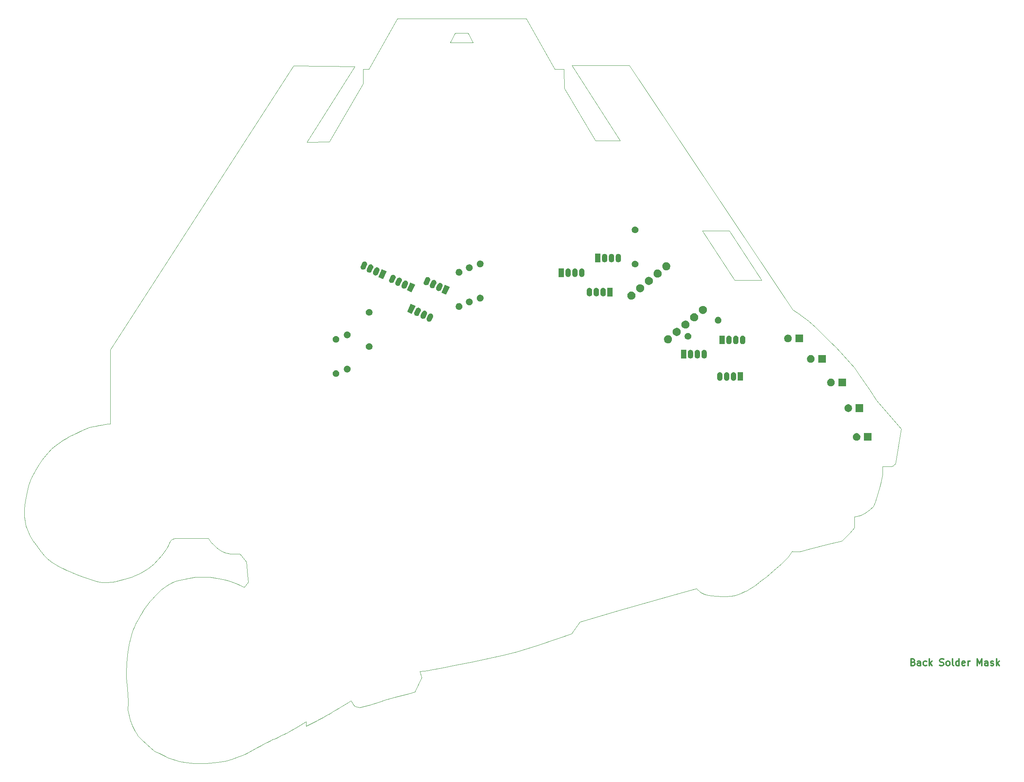
<source format=gbr>
G04 #@! TF.GenerationSoftware,KiCad,Pcbnew,(5.1.0)-1*
G04 #@! TF.CreationDate,2019-04-09T18:07:07-05:00*
G04 #@! TF.ProjectId,3000_Society_Badge_K5,33303030-5f53-46f6-9369-6574795f4261,2*
G04 #@! TF.SameCoordinates,Original*
G04 #@! TF.FileFunction,Soldermask,Bot*
G04 #@! TF.FilePolarity,Negative*
%FSLAX46Y46*%
G04 Gerber Fmt 4.6, Leading zero omitted, Abs format (unit mm)*
G04 Created by KiCad (PCBNEW (5.1.0)-1) date 2019-04-09 18:07:07*
%MOMM*%
%LPD*%
G04 APERTURE LIST*
%ADD10C,0.050000*%
%ADD11C,0.300000*%
%ADD12C,0.036000*%
%ADD13C,0.100000*%
G04 APERTURE END LIST*
D10*
X208220000Y-78910000D02*
X202213905Y-78911379D01*
X201006095Y-67888621D02*
X208220000Y-78910000D01*
X195010000Y-67890000D02*
X201006095Y-67888621D01*
X202213905Y-78911379D02*
X195010000Y-67890000D01*
X138800000Y-26000000D02*
X139900000Y-23900000D01*
X143900000Y-26000000D02*
X138800000Y-26000000D01*
X142800000Y-23900000D02*
X143900000Y-26000000D01*
X139900000Y-23900000D02*
X142800000Y-23900000D01*
D11*
X241920285Y-163976857D02*
X242134571Y-164048285D01*
X242206000Y-164119714D01*
X242277428Y-164262571D01*
X242277428Y-164476857D01*
X242206000Y-164619714D01*
X242134571Y-164691142D01*
X241991714Y-164762571D01*
X241420285Y-164762571D01*
X241420285Y-163262571D01*
X241920285Y-163262571D01*
X242063142Y-163334000D01*
X242134571Y-163405428D01*
X242206000Y-163548285D01*
X242206000Y-163691142D01*
X242134571Y-163834000D01*
X242063142Y-163905428D01*
X241920285Y-163976857D01*
X241420285Y-163976857D01*
X243563142Y-164762571D02*
X243563142Y-163976857D01*
X243491714Y-163834000D01*
X243348857Y-163762571D01*
X243063142Y-163762571D01*
X242920285Y-163834000D01*
X243563142Y-164691142D02*
X243420285Y-164762571D01*
X243063142Y-164762571D01*
X242920285Y-164691142D01*
X242848857Y-164548285D01*
X242848857Y-164405428D01*
X242920285Y-164262571D01*
X243063142Y-164191142D01*
X243420285Y-164191142D01*
X243563142Y-164119714D01*
X244920285Y-164691142D02*
X244777428Y-164762571D01*
X244491714Y-164762571D01*
X244348857Y-164691142D01*
X244277428Y-164619714D01*
X244206000Y-164476857D01*
X244206000Y-164048285D01*
X244277428Y-163905428D01*
X244348857Y-163834000D01*
X244491714Y-163762571D01*
X244777428Y-163762571D01*
X244920285Y-163834000D01*
X245563142Y-164762571D02*
X245563142Y-163262571D01*
X245706000Y-164191142D02*
X246134571Y-164762571D01*
X246134571Y-163762571D02*
X245563142Y-164334000D01*
X247848857Y-164691142D02*
X248063142Y-164762571D01*
X248420285Y-164762571D01*
X248563142Y-164691142D01*
X248634571Y-164619714D01*
X248706000Y-164476857D01*
X248706000Y-164334000D01*
X248634571Y-164191142D01*
X248563142Y-164119714D01*
X248420285Y-164048285D01*
X248134571Y-163976857D01*
X247991714Y-163905428D01*
X247920285Y-163834000D01*
X247848857Y-163691142D01*
X247848857Y-163548285D01*
X247920285Y-163405428D01*
X247991714Y-163334000D01*
X248134571Y-163262571D01*
X248491714Y-163262571D01*
X248706000Y-163334000D01*
X249563142Y-164762571D02*
X249420285Y-164691142D01*
X249348857Y-164619714D01*
X249277428Y-164476857D01*
X249277428Y-164048285D01*
X249348857Y-163905428D01*
X249420285Y-163834000D01*
X249563142Y-163762571D01*
X249777428Y-163762571D01*
X249920285Y-163834000D01*
X249991714Y-163905428D01*
X250063142Y-164048285D01*
X250063142Y-164476857D01*
X249991714Y-164619714D01*
X249920285Y-164691142D01*
X249777428Y-164762571D01*
X249563142Y-164762571D01*
X250920285Y-164762571D02*
X250777428Y-164691142D01*
X250706000Y-164548285D01*
X250706000Y-163262571D01*
X252134571Y-164762571D02*
X252134571Y-163262571D01*
X252134571Y-164691142D02*
X251991714Y-164762571D01*
X251706000Y-164762571D01*
X251563142Y-164691142D01*
X251491714Y-164619714D01*
X251420285Y-164476857D01*
X251420285Y-164048285D01*
X251491714Y-163905428D01*
X251563142Y-163834000D01*
X251706000Y-163762571D01*
X251991714Y-163762571D01*
X252134571Y-163834000D01*
X253420285Y-164691142D02*
X253277428Y-164762571D01*
X252991714Y-164762571D01*
X252848857Y-164691142D01*
X252777428Y-164548285D01*
X252777428Y-163976857D01*
X252848857Y-163834000D01*
X252991714Y-163762571D01*
X253277428Y-163762571D01*
X253420285Y-163834000D01*
X253491714Y-163976857D01*
X253491714Y-164119714D01*
X252777428Y-164262571D01*
X254134571Y-164762571D02*
X254134571Y-163762571D01*
X254134571Y-164048285D02*
X254206000Y-163905428D01*
X254277428Y-163834000D01*
X254420285Y-163762571D01*
X254563142Y-163762571D01*
X256206000Y-164762571D02*
X256206000Y-163262571D01*
X256706000Y-164334000D01*
X257206000Y-163262571D01*
X257206000Y-164762571D01*
X258563142Y-164762571D02*
X258563142Y-163976857D01*
X258491714Y-163834000D01*
X258348857Y-163762571D01*
X258063142Y-163762571D01*
X257920285Y-163834000D01*
X258563142Y-164691142D02*
X258420285Y-164762571D01*
X258063142Y-164762571D01*
X257920285Y-164691142D01*
X257848857Y-164548285D01*
X257848857Y-164405428D01*
X257920285Y-164262571D01*
X258063142Y-164191142D01*
X258420285Y-164191142D01*
X258563142Y-164119714D01*
X259206000Y-164691142D02*
X259348857Y-164762571D01*
X259634571Y-164762571D01*
X259777428Y-164691142D01*
X259848857Y-164548285D01*
X259848857Y-164476857D01*
X259777428Y-164334000D01*
X259634571Y-164262571D01*
X259420285Y-164262571D01*
X259277428Y-164191142D01*
X259206000Y-164048285D01*
X259206000Y-163976857D01*
X259277428Y-163834000D01*
X259420285Y-163762571D01*
X259634571Y-163762571D01*
X259777428Y-163834000D01*
X260491714Y-164762571D02*
X260491714Y-163262571D01*
X260634571Y-164191142D02*
X261063142Y-164762571D01*
X261063142Y-163762571D02*
X260491714Y-164334000D01*
D12*
X72909999Y-183773750D02*
X73142500Y-183905001D01*
X78576248Y-186098751D02*
X80222499Y-186398750D01*
X66921248Y-169810625D02*
X67022500Y-171211251D01*
X69129999Y-180117500D02*
X69253749Y-180338751D01*
X93640000Y-184235000D02*
X94419999Y-183822500D01*
X66938125Y-162380000D02*
X66825625Y-164196875D01*
X71260000Y-182307501D02*
X72909999Y-183773750D01*
X92492500Y-184741250D02*
X93126249Y-184490001D01*
X68286249Y-178643750D02*
X68679999Y-179322500D01*
X90234999Y-185592501D02*
X91735000Y-185041251D01*
X67146248Y-172628751D02*
X67135000Y-172906250D01*
X68265625Y-156715625D02*
X67928125Y-157756251D01*
X69795625Y-153695000D02*
X69503125Y-154229375D01*
X67135000Y-172906250D02*
X67078748Y-174650000D01*
X91735000Y-185041251D02*
X92492500Y-184741250D01*
X88802500Y-186005000D02*
X90234999Y-185592501D01*
X70183748Y-181295001D02*
X71260000Y-182307501D01*
X67078748Y-174650000D02*
X67127499Y-174905001D01*
X80222499Y-186398750D02*
X81778750Y-186511250D01*
X73967499Y-184280000D02*
X75535000Y-185037500D01*
X67022500Y-171211251D02*
X67146248Y-172628751D01*
X69503125Y-154229375D02*
X69193748Y-154780625D01*
X66696248Y-167290625D02*
X66797500Y-168297500D01*
X69193748Y-154780625D02*
X68839375Y-155410625D01*
X67558750Y-176817501D02*
X68027499Y-178137500D01*
X68027499Y-178137500D02*
X68286249Y-178643750D01*
X68839375Y-155410625D02*
X68490625Y-156181252D01*
X67050625Y-161609375D02*
X66938125Y-162380000D01*
X67630000Y-158853125D02*
X67410625Y-159680000D01*
X84474999Y-186511250D02*
X87058748Y-186316250D01*
X99332500Y-181227501D02*
X99868750Y-180983750D01*
X68679999Y-179322500D02*
X69129999Y-180117500D01*
X81778750Y-186511250D02*
X84474999Y-186511250D01*
X75958749Y-185236250D02*
X78576248Y-186098751D01*
X66696248Y-166868751D02*
X66696248Y-167290625D01*
X66825625Y-164196875D02*
X66713125Y-166334375D01*
X68490625Y-156181252D02*
X68265625Y-156715625D01*
X73142500Y-183905001D02*
X73967499Y-184280000D01*
X100600000Y-180657500D02*
X101290000Y-180301250D01*
X67410625Y-159680000D02*
X67050625Y-161609375D01*
X95946248Y-182963750D02*
X96767500Y-182525000D01*
X100206250Y-180826250D02*
X100600000Y-180657500D01*
X99868750Y-180983750D02*
X100206250Y-180826250D01*
X98706249Y-181516250D02*
X99332500Y-181227501D01*
X66797500Y-168297500D02*
X66921248Y-169810625D01*
X98064999Y-181850000D02*
X98706249Y-181516250D01*
X97442500Y-182161251D02*
X98064999Y-181850000D01*
X96767500Y-182525000D02*
X97442500Y-182161251D01*
X87058748Y-186316250D02*
X88802500Y-186005000D01*
X95158748Y-183410001D02*
X95946248Y-182963750D01*
X67127499Y-174905001D02*
X67558750Y-176817501D01*
X67928125Y-157756251D02*
X67630000Y-158853125D01*
X94419999Y-183822500D02*
X95158748Y-183410001D01*
X93126249Y-184490001D02*
X93640000Y-184235000D01*
X75535000Y-185037500D02*
X75958749Y-185236250D01*
X66713125Y-166334375D02*
X66696248Y-166868751D01*
X69253749Y-180338751D02*
X70183748Y-181295001D01*
X75938125Y-146826875D02*
X75561248Y-147080000D01*
X80663125Y-145291252D02*
X79498748Y-145516252D01*
X82063748Y-145060625D02*
X81715000Y-145105625D01*
X87188125Y-138755000D02*
X87694375Y-139109375D01*
X84932500Y-145049375D02*
X84043748Y-145010000D01*
X76742500Y-136730000D02*
X76883125Y-136634375D01*
X87750625Y-145426252D02*
X86878748Y-145285625D01*
X86743748Y-138400625D02*
X87188125Y-138755000D01*
X89134375Y-139711252D02*
X89612500Y-139823752D01*
X92515000Y-147085625D02*
X91896248Y-146793125D01*
X85331875Y-136926875D02*
X85686248Y-137388125D01*
X88594375Y-145606252D02*
X87750625Y-145426252D01*
X93752500Y-144610625D02*
X93893125Y-146146252D01*
X90068125Y-146090000D02*
X89325625Y-145831252D01*
X77788748Y-136398125D02*
X80207500Y-136409375D01*
X91896248Y-146793125D02*
X91406875Y-146579375D01*
X87694375Y-139109375D02*
X88105000Y-139362500D01*
X76883125Y-136634375D02*
X77096875Y-136550000D01*
X93893125Y-146146252D02*
X92981875Y-147321875D01*
X91980625Y-139868752D02*
X93482500Y-141685625D01*
X89753125Y-139863125D02*
X91553125Y-139880000D01*
X85686248Y-137388125D02*
X86006875Y-137714375D01*
X77501875Y-136426252D02*
X77788748Y-136398125D01*
X84960625Y-136392500D02*
X85123748Y-136662500D01*
X76849375Y-146337500D02*
X75938125Y-146826875D01*
X90715000Y-146315000D02*
X90068125Y-146090000D01*
X77096875Y-136550000D02*
X77293748Y-136482500D01*
X71415625Y-151169375D02*
X70965625Y-151816252D01*
X76601875Y-136904375D02*
X76742500Y-136730000D01*
X91553125Y-139880000D02*
X91980625Y-139868752D01*
X74503748Y-147867500D02*
X74222500Y-148120625D01*
X75561248Y-147080000D02*
X75083125Y-147417500D01*
X77614375Y-145971875D02*
X77203748Y-146168752D01*
X79498748Y-145516252D02*
X78193748Y-145797500D01*
X88751875Y-139598752D02*
X89134375Y-139711252D01*
X86006875Y-137714375D02*
X86400625Y-138119375D01*
X81715000Y-145105625D02*
X80663125Y-145291252D01*
X85123748Y-136662500D02*
X85331875Y-136926875D01*
X93482500Y-141685625D02*
X93752500Y-144610625D01*
X70150000Y-153048125D02*
X69795625Y-153695000D01*
X80207500Y-136409375D02*
X84960625Y-136392500D01*
X89612500Y-139823752D02*
X89753125Y-139863125D01*
X70543748Y-152418125D02*
X70150000Y-153048125D01*
X70965625Y-151816252D02*
X70543748Y-152418125D01*
X71978125Y-150466252D02*
X71415625Y-151169375D01*
X72591248Y-149780000D02*
X71978125Y-150466252D01*
X86400625Y-138119375D02*
X86743748Y-138400625D01*
X73001875Y-149335625D02*
X72591248Y-149780000D01*
X86878748Y-145285625D02*
X85309375Y-145077500D01*
X73705000Y-148626875D02*
X73001875Y-149335625D01*
X74222500Y-148120625D02*
X73705000Y-148626875D01*
X85309375Y-145077500D02*
X84932500Y-145049375D01*
X88386248Y-139475000D02*
X88751875Y-139598752D01*
X89325625Y-145831252D02*
X88594375Y-145606252D01*
X76444375Y-137185625D02*
X76601875Y-136904375D01*
X88105000Y-139362500D02*
X88386248Y-139475000D01*
X75083125Y-147417500D02*
X74503748Y-147867500D01*
X92981875Y-147321875D02*
X92515000Y-147085625D01*
X84043748Y-145010000D02*
X82862500Y-145021252D01*
X78193748Y-145797500D02*
X77614375Y-145971875D01*
X77203748Y-146168752D02*
X76849375Y-146337500D01*
X82862500Y-145021252D02*
X82063748Y-145060625D01*
X91406875Y-146579375D02*
X90715000Y-146315000D01*
X77293748Y-136482500D02*
X77501875Y-136426252D01*
X44393125Y-133681252D02*
X44488750Y-133996252D01*
X44590000Y-126188752D02*
X44252500Y-127881875D01*
X71100625Y-143440625D02*
X71590000Y-143131252D01*
X75544375Y-138980000D02*
X75853748Y-138434375D01*
X73710625Y-141185000D02*
X74554375Y-140228752D01*
X44843125Y-134918752D02*
X45304375Y-135897500D01*
X76264375Y-137534375D02*
X76444375Y-137185625D01*
X49191249Y-140988125D02*
X49596249Y-141320000D01*
X49247500Y-117395000D02*
X48325000Y-118430000D01*
X76095625Y-137928125D02*
X76264375Y-137534375D01*
X63585625Y-146180000D02*
X64260625Y-146028125D01*
X55609375Y-144470000D02*
X56953749Y-144976252D01*
X44044375Y-131560625D02*
X44196250Y-132556252D01*
X72844375Y-142056875D02*
X73710625Y-141185000D01*
X71944375Y-142861252D02*
X72304375Y-142568752D01*
X54287500Y-143879375D02*
X55609375Y-144470000D01*
X44044375Y-129867500D02*
X44044375Y-131560625D01*
X71590000Y-143131252D02*
X71944375Y-142861252D01*
X70549375Y-143766875D02*
X71100625Y-143440625D01*
X69874375Y-144160625D02*
X70549375Y-143766875D01*
X69261248Y-144464375D02*
X69874375Y-144160625D01*
X68681875Y-144745625D02*
X69261248Y-144464375D01*
X44095000Y-128922500D02*
X44044375Y-129867500D01*
X44252500Y-127881875D02*
X44095000Y-128922500D01*
X52735000Y-114516875D02*
X50987500Y-115715000D01*
X44955625Y-124670000D02*
X44590000Y-126188752D01*
X56953749Y-144976252D02*
X58264375Y-145415000D01*
X47987500Y-118842500D02*
X47297500Y-119877500D01*
X61290625Y-146219375D02*
X62320000Y-146219375D01*
X59980000Y-145983125D02*
X60379375Y-146095625D01*
X45445000Y-136178752D02*
X45979375Y-136994375D01*
X67922500Y-145015625D02*
X68681875Y-144745625D01*
X48454375Y-140200625D02*
X49191249Y-140988125D01*
X64260625Y-146028125D02*
X65076249Y-145831252D01*
X62320000Y-146219375D02*
X63585625Y-146180000D01*
X45304375Y-135897500D02*
X45445000Y-136178752D01*
X47297500Y-119877500D02*
X46607499Y-121002500D01*
X51103749Y-142310000D02*
X51806875Y-142715000D01*
X58264375Y-145415000D02*
X59980000Y-145983125D01*
X67258748Y-145251875D02*
X67922500Y-145015625D01*
X65076249Y-145831252D02*
X66122500Y-145578125D01*
X60379375Y-146095625D02*
X61290625Y-146219375D01*
X47515000Y-139058752D02*
X48454375Y-140200625D01*
X46626249Y-137877500D02*
X47515000Y-139058752D01*
X45979375Y-136994375D02*
X46626249Y-137877500D01*
X45407500Y-123470000D02*
X44955625Y-124670000D01*
X44488750Y-133996252D02*
X44843125Y-134918752D01*
X50147500Y-116457500D02*
X49247500Y-117395000D01*
X46120000Y-121925000D02*
X45745000Y-122705000D01*
X48325000Y-118430000D02*
X47987500Y-118842500D01*
X52583125Y-143120000D02*
X53426875Y-143502500D01*
X74554375Y-140228752D02*
X75122500Y-139542500D01*
X72304375Y-142568752D02*
X72844375Y-142056875D01*
X75853748Y-138434375D02*
X76095625Y-137928125D01*
X44196250Y-132556252D02*
X44393125Y-133681252D01*
X66122500Y-145578125D02*
X67258748Y-145251875D01*
X75122500Y-139542500D02*
X75544375Y-138980000D01*
X50321875Y-141860000D02*
X51103749Y-142310000D01*
X51806875Y-142715000D02*
X52583125Y-143120000D01*
X45745000Y-122705000D02*
X45407500Y-123470000D01*
X49596249Y-141320000D02*
X50321875Y-141860000D01*
X46607499Y-121002500D02*
X46120000Y-121925000D01*
X50987500Y-115715000D02*
X50147500Y-116457500D01*
X53426875Y-143502500D02*
X54287500Y-143879375D01*
X53376249Y-114111875D02*
X52735000Y-114516875D01*
X53983749Y-113746253D02*
X53376249Y-114111875D01*
X55519375Y-113003753D02*
X54585625Y-113453753D01*
X56560000Y-112520000D02*
X55519375Y-113003753D01*
X58468749Y-111721253D02*
X57488125Y-112098125D01*
X117568747Y-31317500D02*
X103978748Y-31193755D01*
X103978748Y-31193755D02*
X63163749Y-94424375D01*
X63131323Y-110892324D02*
X62642500Y-110960000D01*
X59931250Y-111391250D02*
X59331249Y-111507500D01*
X61254999Y-111158750D02*
X60636249Y-111260000D01*
X106920625Y-48147500D02*
X117568747Y-31317500D01*
X127085406Y-20650532D02*
X120735569Y-31916605D01*
X62012500Y-111046250D02*
X61254999Y-111158750D01*
X62642500Y-110960000D02*
X62012500Y-111046250D01*
X63163749Y-94424375D02*
X63131323Y-110892324D01*
X111943747Y-48102500D02*
X106920625Y-48147500D01*
X119486875Y-31910938D02*
X119484999Y-35161251D01*
X120735569Y-31916605D02*
X119486875Y-31910938D01*
X57488125Y-112098125D02*
X56560000Y-112520000D01*
X54585625Y-113453753D02*
X53983749Y-113746253D01*
X59331249Y-111507500D02*
X58468749Y-111721253D01*
X60636249Y-111260000D02*
X59931250Y-111391250D01*
X119484999Y-35161251D02*
X111943747Y-48102500D01*
X227821562Y-135242188D02*
X228839687Y-134024375D01*
X234062500Y-126312500D02*
X234531250Y-124876250D01*
X201288437Y-149282188D02*
X201991562Y-149183752D01*
X210850000Y-143592500D02*
X212552500Y-142115000D01*
X230155000Y-131333750D02*
X231332499Y-130763750D01*
X228955794Y-131598677D02*
X229054264Y-131585971D01*
X214990000Y-139317500D02*
X215125441Y-139347148D01*
X235931323Y-120413265D02*
X237244264Y-120423853D01*
X228921911Y-131593383D02*
X228955794Y-131598677D01*
X214074999Y-140585000D02*
X214465000Y-140082500D01*
X234531250Y-124876250D02*
X234786249Y-123833750D01*
X231332499Y-130763750D02*
X232262500Y-130043750D01*
X234786249Y-123833750D02*
X235138750Y-122183750D01*
X233500000Y-128292500D02*
X234062500Y-126312500D01*
X229686382Y-131434559D02*
X230155000Y-131333750D01*
X205636562Y-147620000D02*
X206210312Y-147262813D01*
X229054264Y-131585971D02*
X229686382Y-131434559D01*
X206210312Y-147262813D02*
X206702500Y-146888752D01*
X204885625Y-148053125D02*
X205636562Y-147620000D01*
X215125441Y-139347148D02*
X215432500Y-139367265D01*
X217344735Y-139181971D02*
X218477676Y-138889736D01*
X237972735Y-119807618D02*
X239260000Y-112013753D01*
X235138750Y-122183750D02*
X235138750Y-121475000D01*
X232262500Y-130043750D02*
X233106250Y-129282500D01*
X235281205Y-120419618D02*
X235931323Y-120413265D01*
X235088500Y-120409030D02*
X235281205Y-120419618D01*
X235138750Y-121475000D02*
X235116029Y-120942677D01*
X223093750Y-137680625D02*
X226046875Y-137000000D01*
X201991562Y-149183752D02*
X202343125Y-149107813D01*
X200115625Y-149324375D02*
X201288437Y-149282188D01*
X233106250Y-129282500D02*
X233500000Y-128292500D01*
X228820000Y-131566252D02*
X228921911Y-131593383D01*
X228839687Y-134024375D02*
X228820000Y-131566252D01*
X216260499Y-139372559D02*
X216592970Y-139340795D01*
X202855000Y-148939063D02*
X203718437Y-148593125D01*
X215432500Y-139367265D02*
X215707794Y-139377853D01*
X197078125Y-149178125D02*
X198132812Y-149285000D01*
X226789375Y-136274375D02*
X227821562Y-135242188D01*
X226046875Y-137000000D02*
X226789375Y-136274375D01*
X208685312Y-145381252D02*
X209171875Y-145007188D01*
X209171875Y-145007188D02*
X210850000Y-143592500D01*
X199342187Y-149341252D02*
X200115625Y-149324375D01*
X215707794Y-139377853D02*
X216260499Y-139372559D01*
X198132812Y-149285000D02*
X199342187Y-149341252D01*
X204407500Y-148292188D02*
X204885625Y-148053125D01*
X217080029Y-139249736D02*
X217344735Y-139181971D01*
X216592970Y-139340795D02*
X217080029Y-139249736D01*
X203718437Y-148593125D02*
X204407500Y-148292188D01*
X214465000Y-140082500D02*
X214990000Y-139317500D01*
X202343125Y-149107813D02*
X202855000Y-148939063D01*
X207138437Y-146559688D02*
X208111562Y-145822813D01*
X206702500Y-146888752D02*
X207138437Y-146559688D01*
X218477676Y-138889736D02*
X223093750Y-137680625D01*
X237244264Y-120423853D02*
X237972735Y-119807618D01*
X235116029Y-120942677D02*
X235088500Y-120409030D01*
X208111562Y-145822813D02*
X208685312Y-145381252D01*
X212552500Y-142115000D02*
X214074999Y-140585000D01*
X102246248Y-179855001D02*
X102519999Y-179720001D01*
X103930000Y-178928750D02*
X104353749Y-178666250D01*
X196335625Y-149071252D02*
X197078125Y-149178125D01*
X110031247Y-176558751D02*
X110417499Y-176333751D01*
X195716875Y-148953125D02*
X196335625Y-149071252D01*
X124360937Y-172372813D02*
X126481562Y-171818751D01*
X110417499Y-176333751D02*
X110950000Y-176026251D01*
X134561875Y-165738125D02*
X136915937Y-165271251D01*
X112401250Y-175212500D02*
X112712499Y-175032500D01*
X194395000Y-148269688D02*
X194695937Y-148503125D01*
X165872499Y-157640000D02*
X167739999Y-155060001D01*
X117585625Y-173824063D02*
X118721875Y-174049063D01*
X108962500Y-177121251D02*
X109581247Y-176791251D01*
X195365312Y-148818125D02*
X195716875Y-148953125D01*
X194695937Y-148503125D02*
X195365312Y-148818125D01*
X162895000Y-158667500D02*
X165872499Y-157640000D01*
X117234062Y-173388125D02*
X117585625Y-173824063D01*
X194133437Y-148044688D02*
X194395000Y-148269688D01*
X110950000Y-176026251D02*
X111362499Y-175790000D01*
X109581247Y-176791251D02*
X110031247Y-176558751D01*
X106768747Y-177203750D02*
X106761249Y-178208750D01*
X167739999Y-155060001D02*
X176293746Y-152525000D01*
X117163747Y-173270000D02*
X117234062Y-173388125D01*
X116743750Y-172595000D02*
X117163747Y-173270000D01*
X111362499Y-175790000D02*
X111744999Y-175576251D01*
X115558749Y-173341251D02*
X116226250Y-172925001D01*
X112975000Y-174882501D02*
X113226247Y-174721251D01*
X101747500Y-180087500D02*
X102246248Y-179855001D01*
X193894375Y-147794375D02*
X194133437Y-148044688D01*
X188511245Y-148981252D02*
X193697500Y-147541252D01*
X129533125Y-170994688D02*
X130987187Y-170586875D01*
X193697500Y-147541252D02*
X193894375Y-147794375D01*
X133746247Y-165850625D02*
X134561875Y-165738125D01*
X176293746Y-152525000D02*
X188511245Y-148981252D01*
X143719375Y-163943751D02*
X150328746Y-162470000D01*
X126481562Y-171818751D02*
X129533125Y-170994688D01*
X113226247Y-174721251D02*
X113552500Y-174533751D01*
X132078437Y-166075625D02*
X133746247Y-165850625D01*
X132500312Y-167434063D02*
X132078437Y-166075625D01*
X102808748Y-179555000D02*
X103480000Y-179165000D01*
X130987187Y-170586875D02*
X132500312Y-167434063D01*
X101290000Y-180301250D02*
X101747500Y-180087500D01*
X123154375Y-172775000D02*
X124360937Y-172372813D01*
X108137500Y-177533751D02*
X108962500Y-177121251D01*
X102519999Y-179720001D02*
X102808748Y-179555000D01*
X114958747Y-173697500D02*
X115558749Y-173341251D01*
X112063750Y-175407500D02*
X112401250Y-175212500D01*
X104353749Y-178666250D02*
X104935000Y-178310000D01*
X114047500Y-174241251D02*
X114546249Y-173941250D01*
X112712499Y-175032500D02*
X112975000Y-174882501D01*
X153492812Y-161702188D02*
X158170000Y-160242500D01*
X103480000Y-179165000D02*
X103930000Y-178928750D01*
X158170000Y-160242500D02*
X162895000Y-158667500D01*
X150328746Y-162470000D02*
X153492812Y-161702188D01*
X118721875Y-174049063D02*
X121081562Y-173452813D01*
X106761249Y-178208750D02*
X108137500Y-177533751D01*
X140161562Y-164641251D02*
X143719375Y-163943751D01*
X136915937Y-165271251D02*
X140161562Y-164641251D01*
X121081562Y-173452813D02*
X123154375Y-172775000D01*
X114546249Y-173941250D02*
X114958747Y-173697500D01*
X116226250Y-172925001D02*
X116743750Y-172595000D01*
X113552500Y-174533751D02*
X114047500Y-174241251D01*
X111744999Y-175576251D02*
X112063750Y-175407500D01*
X104935000Y-178310000D02*
X106768747Y-177203750D01*
X230027499Y-100152501D02*
X228827500Y-98427500D01*
X155807500Y-20650532D02*
X127085406Y-20650532D01*
X162104687Y-31919375D02*
X155807500Y-20650532D01*
X217637500Y-87267500D02*
X216287500Y-86262500D01*
X225707499Y-94947500D02*
X224657500Y-93777500D01*
X164209291Y-36187644D02*
X164174687Y-31919375D01*
X224657500Y-93777500D02*
X223457499Y-92622500D01*
X220142500Y-89367500D02*
X218612500Y-88017500D01*
X171175000Y-47877500D02*
X164209291Y-36187644D01*
X215162500Y-85512500D02*
X178690000Y-31070000D01*
X227882500Y-97347500D02*
X225707499Y-94947500D01*
X239260000Y-112013753D02*
X233747500Y-105668753D01*
X228827500Y-98427500D02*
X227882500Y-97347500D01*
X216287500Y-86262500D02*
X215162500Y-85512500D01*
X165910000Y-31115000D02*
X176687500Y-47877500D01*
X223457499Y-92622500D02*
X220142500Y-89367500D01*
X218612500Y-88017500D02*
X217637500Y-87267500D01*
X232232499Y-103302501D02*
X230027499Y-100152501D01*
X164174687Y-31919375D02*
X162104687Y-31919375D01*
X233747500Y-105668753D02*
X232232499Y-103302501D01*
X176687500Y-47877500D02*
X171175000Y-47877500D01*
X178690000Y-31070000D02*
X165910000Y-31115000D01*
D13*
G36*
X232671000Y-114681000D02*
G01*
X230969000Y-114681000D01*
X230969000Y-112979000D01*
X232671000Y-112979000D01*
X232671000Y-114681000D01*
X232671000Y-114681000D01*
G37*
G36*
X229568228Y-113011703D02*
G01*
X229723100Y-113075853D01*
X229862481Y-113168985D01*
X229981015Y-113287519D01*
X230074147Y-113426900D01*
X230138297Y-113581772D01*
X230171000Y-113746184D01*
X230171000Y-113913816D01*
X230138297Y-114078228D01*
X230074147Y-114233100D01*
X229981015Y-114372481D01*
X229862481Y-114491015D01*
X229723100Y-114584147D01*
X229568228Y-114648297D01*
X229403816Y-114681000D01*
X229236184Y-114681000D01*
X229071772Y-114648297D01*
X228916900Y-114584147D01*
X228777519Y-114491015D01*
X228658985Y-114372481D01*
X228565853Y-114233100D01*
X228501703Y-114078228D01*
X228469000Y-113913816D01*
X228469000Y-113746184D01*
X228501703Y-113581772D01*
X228565853Y-113426900D01*
X228658985Y-113287519D01*
X228777519Y-113168985D01*
X228916900Y-113075853D01*
X229071772Y-113011703D01*
X229236184Y-112979000D01*
X229403816Y-112979000D01*
X229568228Y-113011703D01*
X229568228Y-113011703D01*
G37*
G36*
X227718228Y-106591703D02*
G01*
X227873100Y-106655853D01*
X228012481Y-106748985D01*
X228131015Y-106867519D01*
X228224147Y-107006900D01*
X228288297Y-107161772D01*
X228321000Y-107326184D01*
X228321000Y-107493816D01*
X228288297Y-107658228D01*
X228224147Y-107813100D01*
X228131015Y-107952481D01*
X228012481Y-108071015D01*
X227873100Y-108164147D01*
X227718228Y-108228297D01*
X227553816Y-108261000D01*
X227386184Y-108261000D01*
X227221772Y-108228297D01*
X227066900Y-108164147D01*
X226927519Y-108071015D01*
X226808985Y-107952481D01*
X226715853Y-107813100D01*
X226651703Y-107658228D01*
X226619000Y-107493816D01*
X226619000Y-107326184D01*
X226651703Y-107161772D01*
X226715853Y-107006900D01*
X226808985Y-106867519D01*
X226927519Y-106748985D01*
X227066900Y-106655853D01*
X227221772Y-106591703D01*
X227386184Y-106559000D01*
X227553816Y-106559000D01*
X227718228Y-106591703D01*
X227718228Y-106591703D01*
G37*
G36*
X230821000Y-108261000D02*
G01*
X229119000Y-108261000D01*
X229119000Y-106559000D01*
X230821000Y-106559000D01*
X230821000Y-108261000D01*
X230821000Y-108261000D01*
G37*
G36*
X226961000Y-102541000D02*
G01*
X225259000Y-102541000D01*
X225259000Y-100839000D01*
X226961000Y-100839000D01*
X226961000Y-102541000D01*
X226961000Y-102541000D01*
G37*
G36*
X223858228Y-100871703D02*
G01*
X224013100Y-100935853D01*
X224152481Y-101028985D01*
X224271015Y-101147519D01*
X224364147Y-101286900D01*
X224428297Y-101441772D01*
X224461000Y-101606184D01*
X224461000Y-101773816D01*
X224428297Y-101938228D01*
X224364147Y-102093100D01*
X224271015Y-102232481D01*
X224152481Y-102351015D01*
X224013100Y-102444147D01*
X223858228Y-102508297D01*
X223693816Y-102541000D01*
X223526184Y-102541000D01*
X223361772Y-102508297D01*
X223206900Y-102444147D01*
X223067519Y-102351015D01*
X222948985Y-102232481D01*
X222855853Y-102093100D01*
X222791703Y-101938228D01*
X222759000Y-101773816D01*
X222759000Y-101606184D01*
X222791703Y-101441772D01*
X222855853Y-101286900D01*
X222948985Y-101147519D01*
X223067519Y-101028985D01*
X223206900Y-100935853D01*
X223361772Y-100871703D01*
X223526184Y-100839000D01*
X223693816Y-100839000D01*
X223858228Y-100871703D01*
X223858228Y-100871703D01*
G37*
G36*
X200507876Y-99417479D02*
G01*
X200581517Y-99439818D01*
X200618338Y-99450987D01*
X200720140Y-99505402D01*
X200809370Y-99578630D01*
X200882598Y-99667860D01*
X200937013Y-99769662D01*
X200937013Y-99769663D01*
X200970521Y-99880124D01*
X200979000Y-99966215D01*
X200979000Y-100753785D01*
X200970521Y-100839876D01*
X200948182Y-100913517D01*
X200937013Y-100950338D01*
X200894974Y-101028985D01*
X200882598Y-101052139D01*
X200809369Y-101141369D01*
X200777227Y-101167747D01*
X200720139Y-101214598D01*
X200618337Y-101269013D01*
X200581516Y-101280182D01*
X200507875Y-101302521D01*
X200393000Y-101313835D01*
X200278124Y-101302521D01*
X200204483Y-101280182D01*
X200167662Y-101269013D01*
X200065863Y-101214599D01*
X200065861Y-101214598D01*
X199976631Y-101141369D01*
X199950253Y-101109227D01*
X199903402Y-101052139D01*
X199848987Y-100950337D01*
X199825134Y-100871703D01*
X199815479Y-100839875D01*
X199807000Y-100753784D01*
X199807000Y-99966215D01*
X199815479Y-99880124D01*
X199848988Y-99769663D01*
X199848989Y-99769661D01*
X199903403Y-99667860D01*
X199976631Y-99578630D01*
X200065861Y-99505402D01*
X200167663Y-99450987D01*
X200204484Y-99439818D01*
X200278125Y-99417479D01*
X200393000Y-99406165D01*
X200507876Y-99417479D01*
X200507876Y-99417479D01*
G37*
G36*
X202031876Y-99417479D02*
G01*
X202105517Y-99439818D01*
X202142338Y-99450987D01*
X202244140Y-99505402D01*
X202333370Y-99578630D01*
X202406598Y-99667860D01*
X202461013Y-99769662D01*
X202461013Y-99769663D01*
X202494521Y-99880124D01*
X202503000Y-99966215D01*
X202503000Y-100753785D01*
X202494521Y-100839876D01*
X202472182Y-100913517D01*
X202461013Y-100950338D01*
X202418974Y-101028985D01*
X202406598Y-101052139D01*
X202333369Y-101141369D01*
X202301227Y-101167747D01*
X202244139Y-101214598D01*
X202142337Y-101269013D01*
X202105516Y-101280182D01*
X202031875Y-101302521D01*
X201917000Y-101313835D01*
X201802124Y-101302521D01*
X201728483Y-101280182D01*
X201691662Y-101269013D01*
X201589863Y-101214599D01*
X201589861Y-101214598D01*
X201500631Y-101141369D01*
X201474253Y-101109227D01*
X201427402Y-101052139D01*
X201372987Y-100950337D01*
X201349134Y-100871703D01*
X201339479Y-100839875D01*
X201331000Y-100753784D01*
X201331000Y-99966215D01*
X201339479Y-99880124D01*
X201372988Y-99769663D01*
X201372989Y-99769661D01*
X201427403Y-99667860D01*
X201500631Y-99578630D01*
X201589861Y-99505402D01*
X201691663Y-99450987D01*
X201728484Y-99439818D01*
X201802125Y-99417479D01*
X201917000Y-99406165D01*
X202031876Y-99417479D01*
X202031876Y-99417479D01*
G37*
G36*
X198983876Y-99417479D02*
G01*
X199057517Y-99439818D01*
X199094338Y-99450987D01*
X199196140Y-99505402D01*
X199285370Y-99578630D01*
X199358598Y-99667860D01*
X199413013Y-99769662D01*
X199413013Y-99769663D01*
X199446521Y-99880124D01*
X199455000Y-99966215D01*
X199455000Y-100753785D01*
X199446521Y-100839876D01*
X199424182Y-100913517D01*
X199413013Y-100950338D01*
X199370974Y-101028985D01*
X199358598Y-101052139D01*
X199285369Y-101141369D01*
X199253227Y-101167747D01*
X199196139Y-101214598D01*
X199094337Y-101269013D01*
X199057516Y-101280182D01*
X198983875Y-101302521D01*
X198869000Y-101313835D01*
X198754124Y-101302521D01*
X198680483Y-101280182D01*
X198643662Y-101269013D01*
X198541863Y-101214599D01*
X198541861Y-101214598D01*
X198452631Y-101141369D01*
X198426253Y-101109227D01*
X198379402Y-101052139D01*
X198324987Y-100950337D01*
X198301134Y-100871703D01*
X198291479Y-100839875D01*
X198283000Y-100753784D01*
X198283000Y-99966215D01*
X198291479Y-99880124D01*
X198324988Y-99769663D01*
X198324989Y-99769661D01*
X198379403Y-99667860D01*
X198452631Y-99578630D01*
X198541861Y-99505402D01*
X198643663Y-99450987D01*
X198680484Y-99439818D01*
X198754125Y-99417479D01*
X198869000Y-99406165D01*
X198983876Y-99417479D01*
X198983876Y-99417479D01*
G37*
G36*
X204027000Y-101311000D02*
G01*
X202855000Y-101311000D01*
X202855000Y-99409000D01*
X204027000Y-99409000D01*
X204027000Y-101311000D01*
X204027000Y-101311000D01*
G37*
G36*
X113619059Y-98977860D02*
G01*
X113755732Y-99034472D01*
X113878735Y-99116660D01*
X113983340Y-99221265D01*
X113983341Y-99221267D01*
X114065529Y-99344270D01*
X114122140Y-99480941D01*
X114151000Y-99626032D01*
X114151000Y-99773968D01*
X114129884Y-99880126D01*
X114122140Y-99919059D01*
X114065528Y-100055732D01*
X113983340Y-100178735D01*
X113878735Y-100283340D01*
X113755732Y-100365528D01*
X113755731Y-100365529D01*
X113755730Y-100365529D01*
X113619059Y-100422140D01*
X113473968Y-100451000D01*
X113326032Y-100451000D01*
X113180941Y-100422140D01*
X113044270Y-100365529D01*
X113044269Y-100365529D01*
X113044268Y-100365528D01*
X112921265Y-100283340D01*
X112816660Y-100178735D01*
X112734472Y-100055732D01*
X112677860Y-99919059D01*
X112670116Y-99880126D01*
X112649000Y-99773968D01*
X112649000Y-99626032D01*
X112677860Y-99480941D01*
X112734471Y-99344270D01*
X112816659Y-99221267D01*
X112816660Y-99221265D01*
X112921265Y-99116660D01*
X113044268Y-99034472D01*
X113180941Y-98977860D01*
X113326032Y-98949000D01*
X113473968Y-98949000D01*
X113619059Y-98977860D01*
X113619059Y-98977860D01*
G37*
G36*
X116119059Y-97977860D02*
G01*
X116255732Y-98034472D01*
X116378735Y-98116660D01*
X116483340Y-98221265D01*
X116565528Y-98344268D01*
X116622140Y-98480941D01*
X116651000Y-98626033D01*
X116651000Y-98773967D01*
X116622140Y-98919059D01*
X116565528Y-99055732D01*
X116483340Y-99178735D01*
X116378735Y-99283340D01*
X116255732Y-99365528D01*
X116255731Y-99365529D01*
X116255730Y-99365529D01*
X116119059Y-99422140D01*
X115973968Y-99451000D01*
X115826032Y-99451000D01*
X115680941Y-99422140D01*
X115544270Y-99365529D01*
X115544269Y-99365529D01*
X115544268Y-99365528D01*
X115421265Y-99283340D01*
X115316660Y-99178735D01*
X115234472Y-99055732D01*
X115177860Y-98919059D01*
X115149000Y-98773967D01*
X115149000Y-98626033D01*
X115177860Y-98480941D01*
X115234472Y-98344268D01*
X115316660Y-98221265D01*
X115421265Y-98116660D01*
X115544268Y-98034472D01*
X115680941Y-97977860D01*
X115826032Y-97949000D01*
X115973968Y-97949000D01*
X116119059Y-97977860D01*
X116119059Y-97977860D01*
G37*
G36*
X219368228Y-95631703D02*
G01*
X219523100Y-95695853D01*
X219662481Y-95788985D01*
X219781015Y-95907519D01*
X219874147Y-96046900D01*
X219938297Y-96201772D01*
X219971000Y-96366184D01*
X219971000Y-96533816D01*
X219938297Y-96698228D01*
X219874147Y-96853100D01*
X219781015Y-96992481D01*
X219662481Y-97111015D01*
X219523100Y-97204147D01*
X219368228Y-97268297D01*
X219203816Y-97301000D01*
X219036184Y-97301000D01*
X218871772Y-97268297D01*
X218716900Y-97204147D01*
X218577519Y-97111015D01*
X218458985Y-96992481D01*
X218365853Y-96853100D01*
X218301703Y-96698228D01*
X218269000Y-96533816D01*
X218269000Y-96366184D01*
X218301703Y-96201772D01*
X218365853Y-96046900D01*
X218458985Y-95907519D01*
X218577519Y-95788985D01*
X218716900Y-95695853D01*
X218871772Y-95631703D01*
X219036184Y-95599000D01*
X219203816Y-95599000D01*
X219368228Y-95631703D01*
X219368228Y-95631703D01*
G37*
G36*
X222471000Y-97301000D02*
G01*
X220769000Y-97301000D01*
X220769000Y-95599000D01*
X222471000Y-95599000D01*
X222471000Y-97301000D01*
X222471000Y-97301000D01*
G37*
G36*
X195495875Y-94437479D02*
G01*
X195569516Y-94459818D01*
X195606337Y-94470987D01*
X195708139Y-94525402D01*
X195765227Y-94572253D01*
X195797369Y-94598631D01*
X195870598Y-94687861D01*
X195870599Y-94687863D01*
X195925013Y-94789662D01*
X195936182Y-94826483D01*
X195958521Y-94900124D01*
X195967000Y-94986215D01*
X195967000Y-95773785D01*
X195958521Y-95859876D01*
X195944068Y-95907520D01*
X195925013Y-95970338D01*
X195870598Y-96072140D01*
X195797370Y-96161370D01*
X195708140Y-96234598D01*
X195606338Y-96289013D01*
X195569517Y-96300182D01*
X195495876Y-96322521D01*
X195381000Y-96333835D01*
X195266125Y-96322521D01*
X195192484Y-96300182D01*
X195155663Y-96289013D01*
X195053861Y-96234598D01*
X194964631Y-96161370D01*
X194891403Y-96072140D01*
X194836989Y-95970339D01*
X194836988Y-95970337D01*
X194803479Y-95859876D01*
X194795000Y-95773785D01*
X194795000Y-94986216D01*
X194803479Y-94900125D01*
X194836987Y-94789664D01*
X194836987Y-94789663D01*
X194891402Y-94687861D01*
X194964629Y-94598634D01*
X194964631Y-94598631D01*
X195053861Y-94525402D01*
X195065507Y-94519177D01*
X195155662Y-94470987D01*
X195192483Y-94459818D01*
X195266124Y-94437479D01*
X195381000Y-94426165D01*
X195495875Y-94437479D01*
X195495875Y-94437479D01*
G37*
G36*
X193971875Y-94437479D02*
G01*
X194045516Y-94459818D01*
X194082337Y-94470987D01*
X194184139Y-94525402D01*
X194241227Y-94572253D01*
X194273369Y-94598631D01*
X194346598Y-94687861D01*
X194346599Y-94687863D01*
X194401013Y-94789662D01*
X194412182Y-94826483D01*
X194434521Y-94900124D01*
X194443000Y-94986215D01*
X194443000Y-95773785D01*
X194434521Y-95859876D01*
X194420068Y-95907520D01*
X194401013Y-95970338D01*
X194346598Y-96072140D01*
X194273370Y-96161370D01*
X194184140Y-96234598D01*
X194082338Y-96289013D01*
X194045517Y-96300182D01*
X193971876Y-96322521D01*
X193857000Y-96333835D01*
X193742125Y-96322521D01*
X193668484Y-96300182D01*
X193631663Y-96289013D01*
X193529861Y-96234598D01*
X193440631Y-96161370D01*
X193367403Y-96072140D01*
X193312989Y-95970339D01*
X193312988Y-95970337D01*
X193279479Y-95859876D01*
X193271000Y-95773785D01*
X193271000Y-94986216D01*
X193279479Y-94900125D01*
X193312987Y-94789664D01*
X193312987Y-94789663D01*
X193367402Y-94687861D01*
X193440629Y-94598634D01*
X193440631Y-94598631D01*
X193529861Y-94525402D01*
X193541507Y-94519177D01*
X193631662Y-94470987D01*
X193668483Y-94459818D01*
X193742124Y-94437479D01*
X193857000Y-94426165D01*
X193971875Y-94437479D01*
X193971875Y-94437479D01*
G37*
G36*
X192447875Y-94437479D02*
G01*
X192521516Y-94459818D01*
X192558337Y-94470987D01*
X192660139Y-94525402D01*
X192717227Y-94572253D01*
X192749369Y-94598631D01*
X192822598Y-94687861D01*
X192822599Y-94687863D01*
X192877013Y-94789662D01*
X192888182Y-94826483D01*
X192910521Y-94900124D01*
X192919000Y-94986215D01*
X192919000Y-95773785D01*
X192910521Y-95859876D01*
X192896068Y-95907520D01*
X192877013Y-95970338D01*
X192822598Y-96072140D01*
X192749370Y-96161370D01*
X192660140Y-96234598D01*
X192558338Y-96289013D01*
X192521517Y-96300182D01*
X192447876Y-96322521D01*
X192333000Y-96333835D01*
X192218125Y-96322521D01*
X192144484Y-96300182D01*
X192107663Y-96289013D01*
X192005861Y-96234598D01*
X191916631Y-96161370D01*
X191843403Y-96072140D01*
X191788989Y-95970339D01*
X191788988Y-95970337D01*
X191755479Y-95859876D01*
X191747000Y-95773785D01*
X191747000Y-94986216D01*
X191755479Y-94900125D01*
X191788987Y-94789664D01*
X191788987Y-94789663D01*
X191843402Y-94687861D01*
X191916629Y-94598634D01*
X191916631Y-94598631D01*
X192005861Y-94525402D01*
X192017507Y-94519177D01*
X192107662Y-94470987D01*
X192144483Y-94459818D01*
X192218124Y-94437479D01*
X192333000Y-94426165D01*
X192447875Y-94437479D01*
X192447875Y-94437479D01*
G37*
G36*
X191395000Y-96331000D02*
G01*
X190223000Y-96331000D01*
X190223000Y-94429000D01*
X191395000Y-94429000D01*
X191395000Y-96331000D01*
X191395000Y-96331000D01*
G37*
G36*
X120984400Y-92970966D02*
G01*
X121019059Y-92977860D01*
X121155732Y-93034472D01*
X121278735Y-93116660D01*
X121383340Y-93221265D01*
X121465528Y-93344268D01*
X121522140Y-93480941D01*
X121551000Y-93626033D01*
X121551000Y-93773967D01*
X121522140Y-93919059D01*
X121465528Y-94055732D01*
X121383340Y-94178735D01*
X121278735Y-94283340D01*
X121155732Y-94365528D01*
X121155731Y-94365529D01*
X121155730Y-94365529D01*
X121019059Y-94422140D01*
X120873968Y-94451000D01*
X120726032Y-94451000D01*
X120580941Y-94422140D01*
X120444270Y-94365529D01*
X120444269Y-94365529D01*
X120444268Y-94365528D01*
X120321265Y-94283340D01*
X120216660Y-94178735D01*
X120134472Y-94055732D01*
X120077860Y-93919059D01*
X120049000Y-93773967D01*
X120049000Y-93626033D01*
X120077860Y-93480941D01*
X120134472Y-93344268D01*
X120216660Y-93221265D01*
X120321265Y-93116660D01*
X120444268Y-93034472D01*
X120580941Y-92977860D01*
X120615600Y-92970966D01*
X120726032Y-92949000D01*
X120873968Y-92949000D01*
X120984400Y-92970966D01*
X120984400Y-92970966D01*
G37*
G36*
X204070875Y-91277479D02*
G01*
X204142015Y-91299059D01*
X204181337Y-91310987D01*
X204283139Y-91365402D01*
X204340227Y-91412253D01*
X204372369Y-91438631D01*
X204445598Y-91527861D01*
X204445599Y-91527863D01*
X204500013Y-91629662D01*
X204503686Y-91641771D01*
X204533521Y-91740124D01*
X204542000Y-91826215D01*
X204542000Y-92613785D01*
X204533521Y-92699876D01*
X204519672Y-92745529D01*
X204500013Y-92810338D01*
X204445598Y-92912140D01*
X204372370Y-93001370D01*
X204283140Y-93074598D01*
X204181338Y-93129013D01*
X204144517Y-93140182D01*
X204070876Y-93162521D01*
X203956000Y-93173835D01*
X203841125Y-93162521D01*
X203767484Y-93140182D01*
X203730663Y-93129013D01*
X203628861Y-93074598D01*
X203539631Y-93001370D01*
X203466403Y-92912140D01*
X203411989Y-92810339D01*
X203411988Y-92810337D01*
X203378479Y-92699876D01*
X203370000Y-92613785D01*
X203370000Y-91826216D01*
X203378479Y-91740125D01*
X203411987Y-91629664D01*
X203411987Y-91629663D01*
X203466402Y-91527861D01*
X203539629Y-91438634D01*
X203539631Y-91438631D01*
X203628861Y-91365402D01*
X203662317Y-91347519D01*
X203730662Y-91310987D01*
X203769984Y-91299059D01*
X203841124Y-91277479D01*
X203956000Y-91266165D01*
X204070875Y-91277479D01*
X204070875Y-91277479D01*
G37*
G36*
X202546875Y-91277479D02*
G01*
X202618015Y-91299059D01*
X202657337Y-91310987D01*
X202759139Y-91365402D01*
X202816227Y-91412253D01*
X202848369Y-91438631D01*
X202921598Y-91527861D01*
X202921599Y-91527863D01*
X202976013Y-91629662D01*
X202979686Y-91641771D01*
X203009521Y-91740124D01*
X203018000Y-91826215D01*
X203018000Y-92613785D01*
X203009521Y-92699876D01*
X202995672Y-92745529D01*
X202976013Y-92810338D01*
X202921598Y-92912140D01*
X202848370Y-93001370D01*
X202759140Y-93074598D01*
X202657338Y-93129013D01*
X202620517Y-93140182D01*
X202546876Y-93162521D01*
X202432000Y-93173835D01*
X202317125Y-93162521D01*
X202243484Y-93140182D01*
X202206663Y-93129013D01*
X202104861Y-93074598D01*
X202015631Y-93001370D01*
X201942403Y-92912140D01*
X201887989Y-92810339D01*
X201887988Y-92810337D01*
X201854479Y-92699876D01*
X201846000Y-92613785D01*
X201846000Y-91826216D01*
X201854479Y-91740125D01*
X201887987Y-91629664D01*
X201887987Y-91629663D01*
X201942402Y-91527861D01*
X202015629Y-91438634D01*
X202015631Y-91438631D01*
X202104861Y-91365402D01*
X202138317Y-91347519D01*
X202206662Y-91310987D01*
X202245984Y-91299059D01*
X202317124Y-91277479D01*
X202432000Y-91266165D01*
X202546875Y-91277479D01*
X202546875Y-91277479D01*
G37*
G36*
X201022875Y-91277479D02*
G01*
X201094015Y-91299059D01*
X201133337Y-91310987D01*
X201235139Y-91365402D01*
X201292227Y-91412253D01*
X201324369Y-91438631D01*
X201397598Y-91527861D01*
X201397599Y-91527863D01*
X201452013Y-91629662D01*
X201455686Y-91641771D01*
X201485521Y-91740124D01*
X201494000Y-91826215D01*
X201494000Y-92613785D01*
X201485521Y-92699876D01*
X201471672Y-92745529D01*
X201452013Y-92810338D01*
X201397598Y-92912140D01*
X201324370Y-93001370D01*
X201235140Y-93074598D01*
X201133338Y-93129013D01*
X201096517Y-93140182D01*
X201022876Y-93162521D01*
X200908000Y-93173835D01*
X200793125Y-93162521D01*
X200719484Y-93140182D01*
X200682663Y-93129013D01*
X200580861Y-93074598D01*
X200491631Y-93001370D01*
X200418403Y-92912140D01*
X200363989Y-92810339D01*
X200363988Y-92810337D01*
X200330479Y-92699876D01*
X200322000Y-92613785D01*
X200322000Y-91826216D01*
X200330479Y-91740125D01*
X200363987Y-91629664D01*
X200363987Y-91629663D01*
X200418402Y-91527861D01*
X200491629Y-91438634D01*
X200491631Y-91438631D01*
X200580861Y-91365402D01*
X200614317Y-91347519D01*
X200682662Y-91310987D01*
X200721984Y-91299059D01*
X200793124Y-91277479D01*
X200908000Y-91266165D01*
X201022875Y-91277479D01*
X201022875Y-91277479D01*
G37*
G36*
X199970000Y-93171000D02*
G01*
X198798000Y-93171000D01*
X198798000Y-91269000D01*
X199970000Y-91269000D01*
X199970000Y-93171000D01*
X199970000Y-93171000D01*
G37*
G36*
X187447747Y-91173893D02*
G01*
X187597047Y-91203590D01*
X187761019Y-91271510D01*
X187908589Y-91370113D01*
X188034088Y-91495612D01*
X188132691Y-91643182D01*
X188200611Y-91807154D01*
X188235235Y-91981225D01*
X188235235Y-92158707D01*
X188200611Y-92332778D01*
X188132691Y-92496750D01*
X188034088Y-92644320D01*
X187908589Y-92769819D01*
X187761019Y-92868422D01*
X187597047Y-92936342D01*
X187447747Y-92966039D01*
X187422977Y-92970966D01*
X187245493Y-92970966D01*
X187220723Y-92966039D01*
X187071423Y-92936342D01*
X186907451Y-92868422D01*
X186759881Y-92769819D01*
X186634382Y-92644320D01*
X186535779Y-92496750D01*
X186467859Y-92332778D01*
X186433235Y-92158707D01*
X186433235Y-91981225D01*
X186467859Y-91807154D01*
X186535779Y-91643182D01*
X186634382Y-91495612D01*
X186759881Y-91370113D01*
X186907451Y-91271510D01*
X187071423Y-91203590D01*
X187220723Y-91173893D01*
X187245493Y-91168966D01*
X187422977Y-91168966D01*
X187447747Y-91173893D01*
X187447747Y-91173893D01*
G37*
G36*
X113619059Y-91357860D02*
G01*
X113755732Y-91414472D01*
X113878735Y-91496660D01*
X113983340Y-91601265D01*
X114010405Y-91641771D01*
X114065529Y-91724270D01*
X114122140Y-91860941D01*
X114148476Y-91993341D01*
X114151000Y-92006033D01*
X114151000Y-92153967D01*
X114122140Y-92299059D01*
X114065528Y-92435732D01*
X113983340Y-92558735D01*
X113878735Y-92663340D01*
X113755732Y-92745528D01*
X113755731Y-92745529D01*
X113755730Y-92745529D01*
X113619059Y-92802140D01*
X113473968Y-92831000D01*
X113326032Y-92831000D01*
X113180941Y-92802140D01*
X113044270Y-92745529D01*
X113044269Y-92745529D01*
X113044268Y-92745528D01*
X112921265Y-92663340D01*
X112816660Y-92558735D01*
X112734472Y-92435732D01*
X112677860Y-92299059D01*
X112649000Y-92153967D01*
X112649000Y-92006033D01*
X112651525Y-91993341D01*
X112677860Y-91860941D01*
X112734471Y-91724270D01*
X112789595Y-91641771D01*
X112816660Y-91601265D01*
X112921265Y-91496660D01*
X113044268Y-91414472D01*
X113180941Y-91357860D01*
X113326032Y-91329000D01*
X113473968Y-91329000D01*
X113619059Y-91357860D01*
X113619059Y-91357860D01*
G37*
G36*
X214288228Y-91071703D02*
G01*
X214443100Y-91135853D01*
X214582481Y-91228985D01*
X214701015Y-91347519D01*
X214794147Y-91486900D01*
X214858297Y-91641772D01*
X214891000Y-91806184D01*
X214891000Y-91973816D01*
X214858297Y-92138228D01*
X214794147Y-92293100D01*
X214701015Y-92432481D01*
X214582481Y-92551015D01*
X214443100Y-92644147D01*
X214288228Y-92708297D01*
X214123816Y-92741000D01*
X213956184Y-92741000D01*
X213791772Y-92708297D01*
X213636900Y-92644147D01*
X213497519Y-92551015D01*
X213378985Y-92432481D01*
X213285853Y-92293100D01*
X213221703Y-92138228D01*
X213189000Y-91973816D01*
X213189000Y-91806184D01*
X213221703Y-91641772D01*
X213285853Y-91486900D01*
X213378985Y-91347519D01*
X213497519Y-91228985D01*
X213636900Y-91135853D01*
X213791772Y-91071703D01*
X213956184Y-91039000D01*
X214123816Y-91039000D01*
X214288228Y-91071703D01*
X214288228Y-91071703D01*
G37*
G36*
X217391000Y-92741000D02*
G01*
X215689000Y-92741000D01*
X215689000Y-91039000D01*
X217391000Y-91039000D01*
X217391000Y-92741000D01*
X217391000Y-92741000D01*
G37*
G36*
X191989059Y-90687860D02*
G01*
X192076956Y-90724268D01*
X192125732Y-90744472D01*
X192248735Y-90826660D01*
X192353340Y-90931265D01*
X192403298Y-91006033D01*
X192435529Y-91054270D01*
X192492140Y-91190941D01*
X192521000Y-91336032D01*
X192521000Y-91483968D01*
X192492140Y-91629059D01*
X192443897Y-91745529D01*
X192435528Y-91765732D01*
X192353340Y-91888735D01*
X192248735Y-91993340D01*
X192125732Y-92075528D01*
X192125731Y-92075529D01*
X192125730Y-92075529D01*
X191989059Y-92132140D01*
X191843968Y-92161000D01*
X191696032Y-92161000D01*
X191550941Y-92132140D01*
X191414270Y-92075529D01*
X191414269Y-92075529D01*
X191414268Y-92075528D01*
X191291265Y-91993340D01*
X191186660Y-91888735D01*
X191104472Y-91765732D01*
X191096104Y-91745529D01*
X191047860Y-91629059D01*
X191019000Y-91483968D01*
X191019000Y-91336032D01*
X191047860Y-91190941D01*
X191104471Y-91054270D01*
X191136702Y-91006033D01*
X191186660Y-90931265D01*
X191291265Y-90826660D01*
X191414268Y-90744472D01*
X191463045Y-90724268D01*
X191550941Y-90687860D01*
X191696032Y-90659000D01*
X191843968Y-90659000D01*
X191989059Y-90687860D01*
X191989059Y-90687860D01*
G37*
G36*
X116119059Y-90357860D02*
G01*
X116255732Y-90414472D01*
X116378735Y-90496660D01*
X116483340Y-90601265D01*
X116483341Y-90601267D01*
X116565529Y-90724270D01*
X116622140Y-90860941D01*
X116651000Y-91006032D01*
X116651000Y-91153968D01*
X116636078Y-91228985D01*
X116622140Y-91299059D01*
X116565528Y-91435732D01*
X116483340Y-91558735D01*
X116378735Y-91663340D01*
X116255732Y-91745528D01*
X116255731Y-91745529D01*
X116255730Y-91745529D01*
X116119059Y-91802140D01*
X115973968Y-91831000D01*
X115826032Y-91831000D01*
X115680941Y-91802140D01*
X115544270Y-91745529D01*
X115544269Y-91745529D01*
X115544268Y-91745528D01*
X115421265Y-91663340D01*
X115316660Y-91558735D01*
X115234472Y-91435732D01*
X115177860Y-91299059D01*
X115163922Y-91228985D01*
X115149000Y-91153968D01*
X115149000Y-91006032D01*
X115177860Y-90860941D01*
X115234471Y-90724270D01*
X115316659Y-90601267D01*
X115316660Y-90601265D01*
X115421265Y-90496660D01*
X115544268Y-90414472D01*
X115680941Y-90357860D01*
X115826032Y-90329000D01*
X115973968Y-90329000D01*
X116119059Y-90357860D01*
X116119059Y-90357860D01*
G37*
G36*
X189393500Y-89541213D02*
G01*
X189542800Y-89570910D01*
X189706772Y-89638830D01*
X189854342Y-89737433D01*
X189979841Y-89862932D01*
X190078444Y-90010502D01*
X190146364Y-90174474D01*
X190180988Y-90348545D01*
X190180988Y-90526027D01*
X190146364Y-90700098D01*
X190078444Y-90864070D01*
X189979841Y-91011640D01*
X189854342Y-91137139D01*
X189706772Y-91235742D01*
X189542800Y-91303662D01*
X189393500Y-91333359D01*
X189368730Y-91338286D01*
X189191246Y-91338286D01*
X189166476Y-91333359D01*
X189017176Y-91303662D01*
X188853204Y-91235742D01*
X188705634Y-91137139D01*
X188580135Y-91011640D01*
X188481532Y-90864070D01*
X188413612Y-90700098D01*
X188378988Y-90526027D01*
X188378988Y-90348545D01*
X188413612Y-90174474D01*
X188481532Y-90010502D01*
X188580135Y-89862932D01*
X188705634Y-89737433D01*
X188853204Y-89638830D01*
X189017176Y-89570910D01*
X189166476Y-89541213D01*
X189191246Y-89536286D01*
X189368730Y-89536286D01*
X189393500Y-89541213D01*
X189393500Y-89541213D01*
G37*
G36*
X191339252Y-87908532D02*
G01*
X191488552Y-87938229D01*
X191652524Y-88006149D01*
X191800094Y-88104752D01*
X191925593Y-88230251D01*
X192024196Y-88377821D01*
X192092116Y-88541793D01*
X192126740Y-88715864D01*
X192126740Y-88893346D01*
X192092116Y-89067417D01*
X192024196Y-89231389D01*
X191925593Y-89378959D01*
X191800094Y-89504458D01*
X191652524Y-89603061D01*
X191488552Y-89670981D01*
X191339252Y-89700678D01*
X191314482Y-89705605D01*
X191136998Y-89705605D01*
X191112228Y-89700678D01*
X190962928Y-89670981D01*
X190798956Y-89603061D01*
X190651386Y-89504458D01*
X190525887Y-89378959D01*
X190427284Y-89231389D01*
X190359364Y-89067417D01*
X190324740Y-88893346D01*
X190324740Y-88715864D01*
X190359364Y-88541793D01*
X190427284Y-88377821D01*
X190525887Y-88230251D01*
X190651386Y-88104752D01*
X190798956Y-88006149D01*
X190962928Y-87938229D01*
X191112228Y-87908532D01*
X191136998Y-87903605D01*
X191314482Y-87903605D01*
X191339252Y-87908532D01*
X191339252Y-87908532D01*
G37*
G36*
X198717120Y-87110487D02*
G01*
X198768956Y-87131958D01*
X198853793Y-87167099D01*
X198976796Y-87249287D01*
X199081401Y-87353892D01*
X199153363Y-87461591D01*
X199163590Y-87476897D01*
X199220201Y-87613568D01*
X199249061Y-87758659D01*
X199249061Y-87906595D01*
X199220201Y-88051686D01*
X199211404Y-88072925D01*
X199163589Y-88188359D01*
X199081401Y-88311362D01*
X198976796Y-88415967D01*
X198853793Y-88498155D01*
X198853792Y-88498156D01*
X198853791Y-88498156D01*
X198717120Y-88554767D01*
X198572029Y-88583627D01*
X198424093Y-88583627D01*
X198279002Y-88554767D01*
X198142331Y-88498156D01*
X198142330Y-88498156D01*
X198142329Y-88498155D01*
X198019326Y-88415967D01*
X197914721Y-88311362D01*
X197832533Y-88188359D01*
X197784719Y-88072925D01*
X197775921Y-88051686D01*
X197747061Y-87906595D01*
X197747061Y-87758659D01*
X197775921Y-87613568D01*
X197832532Y-87476897D01*
X197842759Y-87461591D01*
X197914721Y-87353892D01*
X198019326Y-87249287D01*
X198142329Y-87167099D01*
X198227167Y-87131958D01*
X198279002Y-87110487D01*
X198424093Y-87081627D01*
X198572029Y-87081627D01*
X198717120Y-87110487D01*
X198717120Y-87110487D01*
G37*
G36*
X134622550Y-86338431D02*
G01*
X134731445Y-86376726D01*
X134731446Y-86376727D01*
X134731447Y-86376727D01*
X134830773Y-86435526D01*
X134836036Y-86440244D01*
X134916727Y-86512580D01*
X134985994Y-86604920D01*
X134985995Y-86604922D01*
X135035915Y-86708995D01*
X135055020Y-86783544D01*
X135064573Y-86820816D01*
X135064573Y-86820818D01*
X135070867Y-86936078D01*
X135059242Y-87017498D01*
X135054552Y-87050350D01*
X135043005Y-87083184D01*
X135025852Y-87131961D01*
X134693014Y-87845732D01*
X134693010Y-87845738D01*
X134648942Y-87920179D01*
X134571891Y-88006129D01*
X134479550Y-88075397D01*
X134479548Y-88075398D01*
X134375475Y-88125318D01*
X134302754Y-88143955D01*
X134263654Y-88153976D01*
X134257360Y-88154320D01*
X134148394Y-88160270D01*
X134046813Y-88145767D01*
X134034122Y-88143955D01*
X133975056Y-88123183D01*
X133925229Y-88105661D01*
X133923695Y-88104753D01*
X133825896Y-88046857D01*
X133739946Y-87969806D01*
X133670678Y-87877465D01*
X133655457Y-87845732D01*
X133620757Y-87773390D01*
X133592099Y-87661568D01*
X133585805Y-87546309D01*
X133602120Y-87432040D01*
X133602120Y-87432037D01*
X133630819Y-87350429D01*
X133963662Y-86636648D01*
X134007730Y-86562207D01*
X134084781Y-86476256D01*
X134177121Y-86406989D01*
X134210861Y-86390806D01*
X134281199Y-86357066D01*
X134393019Y-86328409D01*
X134508277Y-86322116D01*
X134508278Y-86322116D01*
X134622550Y-86338431D01*
X134622550Y-86338431D01*
G37*
G36*
X193285005Y-86275852D02*
G01*
X193434305Y-86305549D01*
X193598277Y-86373469D01*
X193745847Y-86472072D01*
X193871346Y-86597571D01*
X193969949Y-86745141D01*
X194037869Y-86909113D01*
X194065962Y-87050349D01*
X194072493Y-87083183D01*
X194072493Y-87260667D01*
X194069421Y-87276109D01*
X194037869Y-87434737D01*
X193969949Y-87598709D01*
X193871346Y-87746279D01*
X193745847Y-87871778D01*
X193598277Y-87970381D01*
X193434305Y-88038301D01*
X193285005Y-88067998D01*
X193260235Y-88072925D01*
X193082751Y-88072925D01*
X193057981Y-88067998D01*
X192908681Y-88038301D01*
X192744709Y-87970381D01*
X192597139Y-87871778D01*
X192471640Y-87746279D01*
X192373037Y-87598709D01*
X192305117Y-87434737D01*
X192273565Y-87276109D01*
X192270493Y-87260667D01*
X192270493Y-87083183D01*
X192277024Y-87050349D01*
X192305117Y-86909113D01*
X192373037Y-86745141D01*
X192471640Y-86597571D01*
X192597139Y-86472072D01*
X192744709Y-86373469D01*
X192908681Y-86305549D01*
X193057981Y-86275852D01*
X193082751Y-86270925D01*
X193260235Y-86270925D01*
X193285005Y-86275852D01*
X193285005Y-86275852D01*
G37*
G36*
X133241337Y-85694361D02*
G01*
X133350232Y-85732656D01*
X133350233Y-85732657D01*
X133350234Y-85732657D01*
X133449560Y-85791456D01*
X133449563Y-85791459D01*
X133535514Y-85868510D01*
X133604781Y-85960850D01*
X133604782Y-85960852D01*
X133654702Y-86064925D01*
X133667176Y-86113598D01*
X133683360Y-86176746D01*
X133683360Y-86176748D01*
X133689654Y-86292008D01*
X133680365Y-86357066D01*
X133673339Y-86406280D01*
X133661395Y-86440244D01*
X133644639Y-86487891D01*
X133311801Y-87201662D01*
X133311797Y-87201668D01*
X133267729Y-87276109D01*
X133190678Y-87362059D01*
X133098337Y-87431327D01*
X133098335Y-87431328D01*
X132994262Y-87481248D01*
X132921541Y-87499885D01*
X132882441Y-87509906D01*
X132876147Y-87510250D01*
X132767181Y-87516200D01*
X132665600Y-87501697D01*
X132652909Y-87499885D01*
X132587535Y-87476895D01*
X132544016Y-87461591D01*
X132544014Y-87461590D01*
X132444683Y-87402787D01*
X132358733Y-87325736D01*
X132289465Y-87233395D01*
X132274244Y-87201662D01*
X132239544Y-87129320D01*
X132210886Y-87017498D01*
X132204592Y-86902239D01*
X132220907Y-86787970D01*
X132220907Y-86787967D01*
X132249606Y-86706359D01*
X132582449Y-85992578D01*
X132626517Y-85918137D01*
X132703568Y-85832186D01*
X132795908Y-85762919D01*
X132829648Y-85746736D01*
X132899986Y-85712996D01*
X133011806Y-85684339D01*
X133127064Y-85678046D01*
X133127065Y-85678046D01*
X133241337Y-85694361D01*
X133241337Y-85694361D01*
G37*
G36*
X131860124Y-85050291D02*
G01*
X131969019Y-85088586D01*
X131969020Y-85088587D01*
X131969021Y-85088587D01*
X132068347Y-85147386D01*
X132068350Y-85147389D01*
X132154301Y-85224440D01*
X132223568Y-85316780D01*
X132223569Y-85316782D01*
X132273489Y-85420855D01*
X132281087Y-85450503D01*
X132302147Y-85532676D01*
X132302147Y-85532678D01*
X132308441Y-85647938D01*
X132296345Y-85732656D01*
X132292126Y-85762210D01*
X132281841Y-85791456D01*
X132263426Y-85843821D01*
X131930588Y-86557592D01*
X131929911Y-86558735D01*
X131886516Y-86632039D01*
X131809465Y-86717989D01*
X131717124Y-86787257D01*
X131717122Y-86787258D01*
X131613049Y-86837178D01*
X131540328Y-86855815D01*
X131501228Y-86865836D01*
X131494934Y-86866180D01*
X131385968Y-86872130D01*
X131284387Y-86857627D01*
X131271696Y-86855815D01*
X131201132Y-86831000D01*
X131162803Y-86817521D01*
X131112880Y-86787967D01*
X131063470Y-86758717D01*
X130977520Y-86681666D01*
X130908252Y-86589325D01*
X130895245Y-86562208D01*
X130858331Y-86485250D01*
X130830518Y-86376726D01*
X130829673Y-86373429D01*
X130826871Y-86322116D01*
X130823379Y-86258169D01*
X130835246Y-86175051D01*
X130839694Y-86143897D01*
X130868393Y-86062289D01*
X131201236Y-85348508D01*
X131245304Y-85274067D01*
X131322355Y-85188116D01*
X131414695Y-85118849D01*
X131448435Y-85102666D01*
X131518773Y-85068926D01*
X131630593Y-85040269D01*
X131745851Y-85033976D01*
X131745852Y-85033976D01*
X131860124Y-85050291D01*
X131860124Y-85050291D01*
G37*
G36*
X121019059Y-85357860D02*
G01*
X121155732Y-85414472D01*
X121278735Y-85496660D01*
X121383340Y-85601265D01*
X121457996Y-85712996D01*
X121465529Y-85724270D01*
X121522140Y-85860941D01*
X121551000Y-86006032D01*
X121551000Y-86153968D01*
X121522140Y-86299059D01*
X121477728Y-86406280D01*
X121465528Y-86435732D01*
X121383340Y-86558735D01*
X121278735Y-86663340D01*
X121155732Y-86745528D01*
X121155731Y-86745529D01*
X121155730Y-86745529D01*
X121019059Y-86802140D01*
X120873968Y-86831000D01*
X120726032Y-86831000D01*
X120580941Y-86802140D01*
X120444270Y-86745529D01*
X120444269Y-86745529D01*
X120444268Y-86745528D01*
X120321265Y-86663340D01*
X120216660Y-86558735D01*
X120134472Y-86435732D01*
X120122273Y-86406280D01*
X120077860Y-86299059D01*
X120049000Y-86153968D01*
X120049000Y-86006032D01*
X120077860Y-85860941D01*
X120134471Y-85724270D01*
X120142004Y-85712996D01*
X120216660Y-85601265D01*
X120321265Y-85496660D01*
X120444268Y-85414472D01*
X120580941Y-85357860D01*
X120726032Y-85329000D01*
X120873968Y-85329000D01*
X121019059Y-85357860D01*
X121019059Y-85357860D01*
G37*
G36*
X195230758Y-84643171D02*
G01*
X195380058Y-84672868D01*
X195544030Y-84740788D01*
X195691600Y-84839391D01*
X195817099Y-84964890D01*
X195915702Y-85112460D01*
X195983622Y-85276432D01*
X196011079Y-85414471D01*
X196017257Y-85445528D01*
X196018246Y-85450503D01*
X196018246Y-85627985D01*
X195983622Y-85802056D01*
X195915702Y-85966028D01*
X195817099Y-86113598D01*
X195691600Y-86239097D01*
X195544030Y-86337700D01*
X195380058Y-86405620D01*
X195230758Y-86435317D01*
X195205988Y-86440244D01*
X195028504Y-86440244D01*
X195003734Y-86435317D01*
X194854434Y-86405620D01*
X194690462Y-86337700D01*
X194542892Y-86239097D01*
X194417393Y-86113598D01*
X194318790Y-85966028D01*
X194250870Y-85802056D01*
X194216246Y-85627985D01*
X194216246Y-85450503D01*
X194217236Y-85445528D01*
X194223413Y-85414471D01*
X194250870Y-85276432D01*
X194318790Y-85112460D01*
X194417393Y-84964890D01*
X194542892Y-84839391D01*
X194690462Y-84740788D01*
X194854434Y-84672868D01*
X195003734Y-84643171D01*
X195028504Y-84638244D01*
X195205988Y-84638244D01*
X195230758Y-84643171D01*
X195230758Y-84643171D01*
G37*
G36*
X131117703Y-84694738D02*
G01*
X130319598Y-86406280D01*
X130313883Y-86418534D01*
X130313883Y-86418535D01*
X129251691Y-85923226D01*
X130055511Y-84199429D01*
X131117703Y-84694738D01*
X131117703Y-84694738D01*
G37*
G36*
X141019059Y-84057860D02*
G01*
X141155732Y-84114472D01*
X141278735Y-84196660D01*
X141383340Y-84301265D01*
X141465528Y-84424268D01*
X141465529Y-84424270D01*
X141522140Y-84560941D01*
X141551000Y-84706032D01*
X141551000Y-84853968D01*
X141528936Y-84964891D01*
X141522140Y-84999059D01*
X141465528Y-85135732D01*
X141383340Y-85258735D01*
X141278735Y-85363340D01*
X141155732Y-85445528D01*
X141155731Y-85445529D01*
X141155730Y-85445529D01*
X141019059Y-85502140D01*
X140873968Y-85531000D01*
X140726032Y-85531000D01*
X140580941Y-85502140D01*
X140444270Y-85445529D01*
X140444269Y-85445529D01*
X140444268Y-85445528D01*
X140321265Y-85363340D01*
X140216660Y-85258735D01*
X140134472Y-85135732D01*
X140077860Y-84999059D01*
X140071064Y-84964891D01*
X140049000Y-84853968D01*
X140049000Y-84706032D01*
X140077860Y-84560941D01*
X140134471Y-84424270D01*
X140134472Y-84424268D01*
X140216660Y-84301265D01*
X140321265Y-84196660D01*
X140444268Y-84114472D01*
X140580941Y-84057860D01*
X140726032Y-84029000D01*
X140873968Y-84029000D01*
X141019059Y-84057860D01*
X141019059Y-84057860D01*
G37*
G36*
X143319059Y-83027860D02*
G01*
X143350915Y-83041055D01*
X143455732Y-83084472D01*
X143578735Y-83166660D01*
X143683340Y-83271265D01*
X143765528Y-83394268D01*
X143822140Y-83530941D01*
X143851000Y-83676033D01*
X143851000Y-83823967D01*
X143822140Y-83969059D01*
X143765528Y-84105732D01*
X143683340Y-84228735D01*
X143578735Y-84333340D01*
X143455732Y-84415528D01*
X143455731Y-84415529D01*
X143455730Y-84415529D01*
X143319059Y-84472140D01*
X143173968Y-84501000D01*
X143026032Y-84501000D01*
X142880941Y-84472140D01*
X142744270Y-84415529D01*
X142744269Y-84415529D01*
X142744268Y-84415528D01*
X142621265Y-84333340D01*
X142516660Y-84228735D01*
X142434472Y-84105732D01*
X142377860Y-83969059D01*
X142349000Y-83823967D01*
X142349000Y-83676033D01*
X142377860Y-83530941D01*
X142434472Y-83394268D01*
X142516660Y-83271265D01*
X142621265Y-83166660D01*
X142744268Y-83084472D01*
X142849086Y-83041055D01*
X142880941Y-83027860D01*
X143026032Y-82999000D01*
X143173968Y-82999000D01*
X143319059Y-83027860D01*
X143319059Y-83027860D01*
G37*
G36*
X145682409Y-82170570D02*
G01*
X145719059Y-82177860D01*
X145855732Y-82234472D01*
X145978735Y-82316660D01*
X146083340Y-82421265D01*
X146165528Y-82544268D01*
X146222140Y-82680941D01*
X146251000Y-82826033D01*
X146251000Y-82973967D01*
X146222140Y-83119059D01*
X146165528Y-83255732D01*
X146083340Y-83378735D01*
X145978735Y-83483340D01*
X145855732Y-83565528D01*
X145855731Y-83565529D01*
X145855730Y-83565529D01*
X145719059Y-83622140D01*
X145573968Y-83651000D01*
X145426032Y-83651000D01*
X145280941Y-83622140D01*
X145144270Y-83565529D01*
X145144269Y-83565529D01*
X145144268Y-83565528D01*
X145021265Y-83483340D01*
X144916660Y-83378735D01*
X144834472Y-83255732D01*
X144777860Y-83119059D01*
X144749000Y-82973967D01*
X144749000Y-82826033D01*
X144777860Y-82680941D01*
X144834472Y-82544268D01*
X144916660Y-82421265D01*
X145021265Y-82316660D01*
X145144268Y-82234472D01*
X145280941Y-82177860D01*
X145317591Y-82170570D01*
X145426032Y-82149000D01*
X145573968Y-82149000D01*
X145682409Y-82170570D01*
X145682409Y-82170570D01*
G37*
G36*
X179284344Y-81445129D02*
G01*
X179433644Y-81474826D01*
X179597616Y-81542746D01*
X179745186Y-81641349D01*
X179870685Y-81766848D01*
X179969288Y-81914418D01*
X180037208Y-82078390D01*
X180071832Y-82252461D01*
X180071832Y-82429943D01*
X180037208Y-82604014D01*
X179969288Y-82767986D01*
X179870685Y-82915556D01*
X179745186Y-83041055D01*
X179597616Y-83139658D01*
X179433644Y-83207578D01*
X179284344Y-83237275D01*
X179259574Y-83242202D01*
X179082090Y-83242202D01*
X179057320Y-83237275D01*
X178908020Y-83207578D01*
X178744048Y-83139658D01*
X178596478Y-83041055D01*
X178470979Y-82915556D01*
X178372376Y-82767986D01*
X178304456Y-82604014D01*
X178269832Y-82429943D01*
X178269832Y-82252461D01*
X178304456Y-82078390D01*
X178372376Y-81914418D01*
X178470979Y-81766848D01*
X178596478Y-81641349D01*
X178744048Y-81542746D01*
X178908020Y-81474826D01*
X179057320Y-81445129D01*
X179082090Y-81440202D01*
X179259574Y-81440202D01*
X179284344Y-81445129D01*
X179284344Y-81445129D01*
G37*
G36*
X173011876Y-80627479D02*
G01*
X173085517Y-80649818D01*
X173122338Y-80660987D01*
X173224140Y-80715402D01*
X173313370Y-80788630D01*
X173386598Y-80877860D01*
X173441013Y-80979662D01*
X173441013Y-80979663D01*
X173474521Y-81090124D01*
X173483000Y-81176215D01*
X173483000Y-81963785D01*
X173474521Y-82049876D01*
X173465871Y-82078390D01*
X173441013Y-82160338D01*
X173435543Y-82170571D01*
X173386598Y-82262139D01*
X173313369Y-82351369D01*
X173281227Y-82377747D01*
X173224139Y-82424598D01*
X173122337Y-82479013D01*
X173085516Y-82490182D01*
X173011875Y-82512521D01*
X172897000Y-82523835D01*
X172782124Y-82512521D01*
X172708483Y-82490182D01*
X172671662Y-82479013D01*
X172569863Y-82424599D01*
X172569861Y-82424598D01*
X172480631Y-82351369D01*
X172452146Y-82316659D01*
X172407402Y-82262139D01*
X172352987Y-82160337D01*
X172341818Y-82123516D01*
X172319479Y-82049875D01*
X172311000Y-81963784D01*
X172311000Y-81176215D01*
X172319479Y-81090124D01*
X172352988Y-80979663D01*
X172352989Y-80979661D01*
X172407403Y-80877860D01*
X172480631Y-80788630D01*
X172569861Y-80715402D01*
X172671663Y-80660987D01*
X172708484Y-80649818D01*
X172782125Y-80627479D01*
X172897000Y-80616165D01*
X173011876Y-80627479D01*
X173011876Y-80627479D01*
G37*
G36*
X169963876Y-80627479D02*
G01*
X170037517Y-80649818D01*
X170074338Y-80660987D01*
X170176140Y-80715402D01*
X170265370Y-80788630D01*
X170338598Y-80877860D01*
X170393013Y-80979662D01*
X170393013Y-80979663D01*
X170426521Y-81090124D01*
X170435000Y-81176215D01*
X170435000Y-81963785D01*
X170426521Y-82049876D01*
X170417871Y-82078390D01*
X170393013Y-82160338D01*
X170387543Y-82170571D01*
X170338598Y-82262139D01*
X170265369Y-82351369D01*
X170233227Y-82377747D01*
X170176139Y-82424598D01*
X170074337Y-82479013D01*
X170037516Y-82490182D01*
X169963875Y-82512521D01*
X169849000Y-82523835D01*
X169734124Y-82512521D01*
X169660483Y-82490182D01*
X169623662Y-82479013D01*
X169521863Y-82424599D01*
X169521861Y-82424598D01*
X169432631Y-82351369D01*
X169404146Y-82316659D01*
X169359402Y-82262139D01*
X169304987Y-82160337D01*
X169293818Y-82123516D01*
X169271479Y-82049875D01*
X169263000Y-81963784D01*
X169263000Y-81176215D01*
X169271479Y-81090124D01*
X169304988Y-80979663D01*
X169304989Y-80979661D01*
X169359403Y-80877860D01*
X169432631Y-80788630D01*
X169521861Y-80715402D01*
X169623663Y-80660987D01*
X169660484Y-80649818D01*
X169734125Y-80627479D01*
X169849000Y-80616165D01*
X169963876Y-80627479D01*
X169963876Y-80627479D01*
G37*
G36*
X171487876Y-80627479D02*
G01*
X171561517Y-80649818D01*
X171598338Y-80660987D01*
X171700140Y-80715402D01*
X171789370Y-80788630D01*
X171862598Y-80877860D01*
X171917013Y-80979662D01*
X171917013Y-80979663D01*
X171950521Y-81090124D01*
X171959000Y-81176215D01*
X171959000Y-81963785D01*
X171950521Y-82049876D01*
X171941871Y-82078390D01*
X171917013Y-82160338D01*
X171911543Y-82170571D01*
X171862598Y-82262139D01*
X171789369Y-82351369D01*
X171757227Y-82377747D01*
X171700139Y-82424598D01*
X171598337Y-82479013D01*
X171561516Y-82490182D01*
X171487875Y-82512521D01*
X171373000Y-82523835D01*
X171258124Y-82512521D01*
X171184483Y-82490182D01*
X171147662Y-82479013D01*
X171045863Y-82424599D01*
X171045861Y-82424598D01*
X170956631Y-82351369D01*
X170928146Y-82316659D01*
X170883402Y-82262139D01*
X170828987Y-82160337D01*
X170817818Y-82123516D01*
X170795479Y-82049875D01*
X170787000Y-81963784D01*
X170787000Y-81176215D01*
X170795479Y-81090124D01*
X170828988Y-80979663D01*
X170828989Y-80979661D01*
X170883403Y-80877860D01*
X170956631Y-80788630D01*
X171045861Y-80715402D01*
X171147663Y-80660987D01*
X171184484Y-80649818D01*
X171258125Y-80627479D01*
X171373000Y-80616165D01*
X171487876Y-80627479D01*
X171487876Y-80627479D01*
G37*
G36*
X175007000Y-82521000D02*
G01*
X173835000Y-82521000D01*
X173835000Y-80619000D01*
X175007000Y-80619000D01*
X175007000Y-82521000D01*
X175007000Y-82521000D01*
G37*
G36*
X138738309Y-80446774D02*
G01*
X137939261Y-82160338D01*
X137934489Y-82170570D01*
X137934489Y-82170571D01*
X136872297Y-81675262D01*
X137676117Y-79951465D01*
X138738309Y-80446774D01*
X138738309Y-80446774D01*
G37*
G36*
X131038309Y-79926774D02*
G01*
X130238789Y-81641350D01*
X130234489Y-81650570D01*
X130234489Y-81650571D01*
X129172297Y-81155262D01*
X129976117Y-79431465D01*
X131038309Y-79926774D01*
X131038309Y-79926774D01*
G37*
G36*
X181229855Y-79812400D02*
G01*
X181379397Y-79842145D01*
X181543369Y-79910065D01*
X181690939Y-80008668D01*
X181816438Y-80134167D01*
X181915041Y-80281737D01*
X181982961Y-80445709D01*
X182017585Y-80619780D01*
X182017585Y-80797262D01*
X181982961Y-80971333D01*
X181915041Y-81135305D01*
X181816438Y-81282875D01*
X181690939Y-81408374D01*
X181543369Y-81506977D01*
X181379397Y-81574897D01*
X181230097Y-81604594D01*
X181205327Y-81609521D01*
X181027843Y-81609521D01*
X181003073Y-81604594D01*
X180853773Y-81574897D01*
X180689801Y-81506977D01*
X180542231Y-81408374D01*
X180416732Y-81282875D01*
X180318129Y-81135305D01*
X180250209Y-80971333D01*
X180215585Y-80797262D01*
X180215585Y-80619780D01*
X180250209Y-80445709D01*
X180318129Y-80281737D01*
X180416732Y-80134167D01*
X180542231Y-80008668D01*
X180689801Y-79910065D01*
X180853773Y-79842145D01*
X181003315Y-79812400D01*
X181027843Y-79807521D01*
X181205327Y-79807521D01*
X181229855Y-79812400D01*
X181229855Y-79812400D01*
G37*
G36*
X136718304Y-79514185D02*
G01*
X136827199Y-79552480D01*
X136827200Y-79552481D01*
X136827201Y-79552481D01*
X136926527Y-79611280D01*
X136926530Y-79611283D01*
X137012481Y-79688334D01*
X137081748Y-79780674D01*
X137081749Y-79780676D01*
X137131669Y-79884749D01*
X137146397Y-79942217D01*
X137160327Y-79996570D01*
X137160327Y-79996572D01*
X137166621Y-80111832D01*
X137150306Y-80226103D01*
X137121606Y-80307715D01*
X136788768Y-81021486D01*
X136788764Y-81021492D01*
X136744696Y-81095933D01*
X136667645Y-81181883D01*
X136575304Y-81251151D01*
X136575302Y-81251152D01*
X136471229Y-81301072D01*
X136398508Y-81319709D01*
X136359408Y-81329730D01*
X136353114Y-81330074D01*
X136244148Y-81336024D01*
X136142567Y-81321521D01*
X136129876Y-81319709D01*
X136025135Y-81282875D01*
X136020983Y-81281415D01*
X136020981Y-81281414D01*
X135921650Y-81222611D01*
X135835700Y-81145560D01*
X135766432Y-81053219D01*
X135751211Y-81021486D01*
X135716511Y-80949144D01*
X135687853Y-80837322D01*
X135681559Y-80722063D01*
X135695338Y-80625558D01*
X135697874Y-80607791D01*
X135726573Y-80526183D01*
X136059416Y-79812402D01*
X136103484Y-79737961D01*
X136180535Y-79652010D01*
X136272875Y-79582743D01*
X136306615Y-79566560D01*
X136376953Y-79532820D01*
X136488773Y-79504163D01*
X136604031Y-79497870D01*
X136604032Y-79497870D01*
X136718304Y-79514185D01*
X136718304Y-79514185D01*
G37*
G36*
X129018304Y-78994185D02*
G01*
X129127199Y-79032480D01*
X129127200Y-79032481D01*
X129127201Y-79032481D01*
X129226527Y-79091280D01*
X129246899Y-79109543D01*
X129312481Y-79168334D01*
X129381748Y-79260674D01*
X129381749Y-79260676D01*
X129431669Y-79364749D01*
X129448767Y-79431465D01*
X129460327Y-79476570D01*
X129460327Y-79476572D01*
X129466621Y-79591832D01*
X129458288Y-79650194D01*
X129450306Y-79706104D01*
X129429567Y-79765077D01*
X129421606Y-79787715D01*
X129088768Y-80501486D01*
X129088764Y-80501492D01*
X129044696Y-80575933D01*
X128967645Y-80661883D01*
X128875304Y-80731151D01*
X128875302Y-80731152D01*
X128771229Y-80781072D01*
X128698508Y-80799709D01*
X128659408Y-80809730D01*
X128653114Y-80810074D01*
X128544148Y-80816024D01*
X128442567Y-80801521D01*
X128429876Y-80799709D01*
X128370810Y-80778937D01*
X128320983Y-80761415D01*
X128320981Y-80761414D01*
X128221650Y-80702611D01*
X128135700Y-80625560D01*
X128066432Y-80533219D01*
X128051211Y-80501486D01*
X128016511Y-80429144D01*
X127987853Y-80317322D01*
X127981559Y-80202063D01*
X127997874Y-80087794D01*
X127997874Y-80087791D01*
X128026573Y-80006183D01*
X128359416Y-79292402D01*
X128403484Y-79217961D01*
X128480535Y-79132010D01*
X128572875Y-79062743D01*
X128611400Y-79044264D01*
X128676953Y-79012820D01*
X128788773Y-78984163D01*
X128904031Y-78977870D01*
X128904032Y-78977870D01*
X129018304Y-78994185D01*
X129018304Y-78994185D01*
G37*
G36*
X135337091Y-78870115D02*
G01*
X135445986Y-78908410D01*
X135445987Y-78908411D01*
X135445988Y-78908411D01*
X135545314Y-78967210D01*
X135545317Y-78967213D01*
X135631268Y-79044264D01*
X135700535Y-79136604D01*
X135700536Y-79136606D01*
X135750456Y-79240679D01*
X135769561Y-79315228D01*
X135779114Y-79352500D01*
X135779114Y-79352502D01*
X135785408Y-79467762D01*
X135776824Y-79527883D01*
X135769093Y-79582034D01*
X135765647Y-79591832D01*
X135740393Y-79663645D01*
X135407555Y-80377416D01*
X135407551Y-80377422D01*
X135363483Y-80451863D01*
X135286432Y-80537813D01*
X135194091Y-80607081D01*
X135194089Y-80607082D01*
X135090016Y-80657002D01*
X135017295Y-80675639D01*
X134978195Y-80685660D01*
X134971901Y-80686004D01*
X134862935Y-80691954D01*
X134761354Y-80677451D01*
X134748663Y-80675639D01*
X134689597Y-80654867D01*
X134639770Y-80637345D01*
X134623104Y-80627479D01*
X134540437Y-80578541D01*
X134454487Y-80501490D01*
X134385219Y-80409149D01*
X134369998Y-80377416D01*
X134335298Y-80305074D01*
X134306640Y-80193252D01*
X134300346Y-80077993D01*
X134316661Y-79963724D01*
X134316661Y-79963721D01*
X134345360Y-79882113D01*
X134678203Y-79168332D01*
X134722271Y-79093891D01*
X134799322Y-79007940D01*
X134891662Y-78938673D01*
X134925402Y-78922490D01*
X134995740Y-78888750D01*
X135107560Y-78860093D01*
X135222818Y-78853800D01*
X135222819Y-78853800D01*
X135337091Y-78870115D01*
X135337091Y-78870115D01*
G37*
G36*
X127637091Y-78350115D02*
G01*
X127745986Y-78388410D01*
X127745987Y-78388411D01*
X127745988Y-78388411D01*
X127845314Y-78447210D01*
X127865686Y-78465473D01*
X127931268Y-78524264D01*
X128000535Y-78616604D01*
X128000536Y-78616606D01*
X128050456Y-78720679D01*
X128069561Y-78795228D01*
X128079114Y-78832500D01*
X128079114Y-78832502D01*
X128085408Y-78947762D01*
X128076816Y-79007940D01*
X128069093Y-79062034D01*
X128044485Y-79132010D01*
X128040393Y-79143645D01*
X127707555Y-79857416D01*
X127688770Y-79889147D01*
X127663483Y-79931863D01*
X127586432Y-80017813D01*
X127494091Y-80087081D01*
X127494089Y-80087082D01*
X127390016Y-80137002D01*
X127317295Y-80155639D01*
X127278195Y-80165660D01*
X127271901Y-80166004D01*
X127162935Y-80171954D01*
X127061354Y-80157451D01*
X127048663Y-80155639D01*
X126987606Y-80134167D01*
X126939770Y-80117345D01*
X126930457Y-80111832D01*
X126840437Y-80058541D01*
X126754487Y-79981490D01*
X126685219Y-79889149D01*
X126683110Y-79884753D01*
X126635298Y-79785074D01*
X126613805Y-79701208D01*
X126606640Y-79673253D01*
X126605381Y-79650194D01*
X126600346Y-79557993D01*
X126616661Y-79443724D01*
X126616661Y-79443721D01*
X126645360Y-79362113D01*
X126978203Y-78648332D01*
X127022271Y-78573891D01*
X127099322Y-78487940D01*
X127191662Y-78418673D01*
X127230187Y-78400194D01*
X127295740Y-78368750D01*
X127407560Y-78340093D01*
X127522818Y-78333800D01*
X127522819Y-78333800D01*
X127637091Y-78350115D01*
X127637091Y-78350115D01*
G37*
G36*
X133955878Y-78226045D02*
G01*
X134064773Y-78264340D01*
X134064774Y-78264341D01*
X134064775Y-78264341D01*
X134164101Y-78323140D01*
X134164104Y-78323143D01*
X134250055Y-78400194D01*
X134319322Y-78492534D01*
X134319323Y-78492536D01*
X134369243Y-78596609D01*
X134382684Y-78649057D01*
X134397901Y-78708430D01*
X134397901Y-78708432D01*
X134404195Y-78823692D01*
X134394906Y-78888750D01*
X134387880Y-78937964D01*
X134384434Y-78947762D01*
X134359180Y-79019575D01*
X134026342Y-79733346D01*
X134026338Y-79733352D01*
X133982270Y-79807793D01*
X133905219Y-79893743D01*
X133812878Y-79963011D01*
X133812876Y-79963012D01*
X133708803Y-80012932D01*
X133636082Y-80031569D01*
X133596982Y-80041590D01*
X133590688Y-80041934D01*
X133481722Y-80047884D01*
X133380141Y-80033381D01*
X133367450Y-80031569D01*
X133295263Y-80006183D01*
X133258557Y-79993275D01*
X133258555Y-79993274D01*
X133159224Y-79934471D01*
X133073274Y-79857420D01*
X133004006Y-79765079D01*
X132990999Y-79737962D01*
X132954085Y-79661004D01*
X132925427Y-79549182D01*
X132919133Y-79433923D01*
X132932735Y-79338653D01*
X132935448Y-79319651D01*
X132964147Y-79238043D01*
X133296990Y-78524262D01*
X133341058Y-78449821D01*
X133418109Y-78363870D01*
X133510449Y-78294603D01*
X133546345Y-78277385D01*
X133614527Y-78244680D01*
X133726347Y-78216023D01*
X133841605Y-78209730D01*
X133841606Y-78209730D01*
X133955878Y-78226045D01*
X133955878Y-78226045D01*
G37*
G36*
X183175850Y-78179768D02*
G01*
X183325150Y-78209465D01*
X183489122Y-78277385D01*
X183636692Y-78375988D01*
X183762191Y-78501487D01*
X183860794Y-78649057D01*
X183928714Y-78813029D01*
X183955513Y-78947761D01*
X183963338Y-78987099D01*
X183963338Y-79164583D01*
X183962592Y-79168332D01*
X183928714Y-79338653D01*
X183860794Y-79502625D01*
X183762191Y-79650195D01*
X183636692Y-79775694D01*
X183489122Y-79874297D01*
X183325150Y-79942217D01*
X183175850Y-79971914D01*
X183151080Y-79976841D01*
X182973596Y-79976841D01*
X182948826Y-79971914D01*
X182799526Y-79942217D01*
X182635554Y-79874297D01*
X182487984Y-79775694D01*
X182362485Y-79650195D01*
X182263882Y-79502625D01*
X182195962Y-79338653D01*
X182162084Y-79168332D01*
X182161338Y-79164583D01*
X182161338Y-78987099D01*
X182169163Y-78947761D01*
X182195962Y-78813029D01*
X182263882Y-78649057D01*
X182362485Y-78501487D01*
X182487984Y-78375988D01*
X182635554Y-78277385D01*
X182799526Y-78209465D01*
X182948826Y-78179768D01*
X182973596Y-78174841D01*
X183151080Y-78174841D01*
X183175850Y-78179768D01*
X183175850Y-78179768D01*
G37*
G36*
X126255878Y-77706045D02*
G01*
X126364773Y-77744340D01*
X126364774Y-77744341D01*
X126364775Y-77744341D01*
X126464101Y-77803140D01*
X126484473Y-77821403D01*
X126550055Y-77880194D01*
X126619322Y-77972534D01*
X126619323Y-77972536D01*
X126669243Y-78076609D01*
X126686261Y-78143012D01*
X126697901Y-78188430D01*
X126697901Y-78188432D01*
X126704195Y-78303692D01*
X126692099Y-78388410D01*
X126687880Y-78417964D01*
X126663272Y-78487940D01*
X126659180Y-78499575D01*
X126326342Y-79213346D01*
X126307557Y-79245077D01*
X126282270Y-79287793D01*
X126205219Y-79373743D01*
X126112878Y-79443011D01*
X126112876Y-79443012D01*
X126008803Y-79492932D01*
X125936082Y-79511569D01*
X125896982Y-79521590D01*
X125890688Y-79521934D01*
X125781722Y-79527884D01*
X125680141Y-79513381D01*
X125667450Y-79511569D01*
X125608384Y-79490797D01*
X125558557Y-79473275D01*
X125549244Y-79467762D01*
X125459224Y-79414471D01*
X125373274Y-79337420D01*
X125304006Y-79245079D01*
X125301897Y-79240683D01*
X125254085Y-79141004D01*
X125232592Y-79057138D01*
X125225427Y-79029183D01*
X125222625Y-78977870D01*
X125219133Y-78913923D01*
X125235448Y-78799654D01*
X125235448Y-78799651D01*
X125264147Y-78718043D01*
X125596990Y-78004262D01*
X125641058Y-77929821D01*
X125718109Y-77843870D01*
X125810449Y-77774603D01*
X125856298Y-77752611D01*
X125914527Y-77724680D01*
X126026347Y-77696023D01*
X126141605Y-77689730D01*
X126141606Y-77689730D01*
X126255878Y-77706045D01*
X126255878Y-77706045D01*
G37*
G36*
X124688309Y-76976774D02*
G01*
X123923643Y-78616606D01*
X123884489Y-78700570D01*
X123884489Y-78700571D01*
X122822297Y-78205262D01*
X123626117Y-76481465D01*
X124688309Y-76976774D01*
X124688309Y-76976774D01*
G37*
G36*
X185121603Y-76547087D02*
G01*
X185270903Y-76576784D01*
X185434875Y-76644704D01*
X185582445Y-76743307D01*
X185707944Y-76868806D01*
X185806547Y-77016376D01*
X185874467Y-77180348D01*
X185909091Y-77354419D01*
X185909091Y-77531901D01*
X185874467Y-77705972D01*
X185806547Y-77869944D01*
X185707944Y-78017514D01*
X185582445Y-78143013D01*
X185434875Y-78241616D01*
X185270903Y-78309536D01*
X185121603Y-78339233D01*
X185096833Y-78344160D01*
X184919349Y-78344160D01*
X184894579Y-78339233D01*
X184745279Y-78309536D01*
X184581307Y-78241616D01*
X184433737Y-78143013D01*
X184308238Y-78017514D01*
X184209635Y-77869944D01*
X184141715Y-77705972D01*
X184107091Y-77531901D01*
X184107091Y-77354419D01*
X184141715Y-77180348D01*
X184209635Y-77016376D01*
X184308238Y-76868806D01*
X184433737Y-76743307D01*
X184581307Y-76644704D01*
X184745279Y-76576784D01*
X184894579Y-76547087D01*
X184919349Y-76542160D01*
X185096833Y-76542160D01*
X185121603Y-76547087D01*
X185121603Y-76547087D01*
G37*
G36*
X168255875Y-76307479D02*
G01*
X168329516Y-76329818D01*
X168366337Y-76340987D01*
X168468139Y-76395402D01*
X168519874Y-76437860D01*
X168557369Y-76468631D01*
X168630598Y-76557861D01*
X168630599Y-76557863D01*
X168685013Y-76659662D01*
X168691566Y-76681265D01*
X168718521Y-76770124D01*
X168727000Y-76856215D01*
X168727000Y-77643785D01*
X168718521Y-77729876D01*
X168696297Y-77803140D01*
X168685013Y-77840338D01*
X168630598Y-77942140D01*
X168557370Y-78031370D01*
X168468140Y-78104598D01*
X168366338Y-78159013D01*
X168329517Y-78170182D01*
X168255876Y-78192521D01*
X168141000Y-78203835D01*
X168026125Y-78192521D01*
X167952484Y-78170182D01*
X167915663Y-78159013D01*
X167813861Y-78104598D01*
X167724631Y-78031370D01*
X167651403Y-77942140D01*
X167596989Y-77840339D01*
X167596988Y-77840337D01*
X167563479Y-77729876D01*
X167555000Y-77643785D01*
X167555000Y-76856216D01*
X167563479Y-76770125D01*
X167596987Y-76659664D01*
X167596987Y-76659663D01*
X167651402Y-76557861D01*
X167704038Y-76493724D01*
X167724631Y-76468631D01*
X167813861Y-76395402D01*
X167833634Y-76384833D01*
X167915662Y-76340987D01*
X167952483Y-76329818D01*
X168026124Y-76307479D01*
X168141000Y-76296165D01*
X168255875Y-76307479D01*
X168255875Y-76307479D01*
G37*
G36*
X166731875Y-76307479D02*
G01*
X166805516Y-76329818D01*
X166842337Y-76340987D01*
X166944139Y-76395402D01*
X166995874Y-76437860D01*
X167033369Y-76468631D01*
X167106598Y-76557861D01*
X167106599Y-76557863D01*
X167161013Y-76659662D01*
X167167566Y-76681265D01*
X167194521Y-76770124D01*
X167203000Y-76856215D01*
X167203000Y-77643785D01*
X167194521Y-77729876D01*
X167172297Y-77803140D01*
X167161013Y-77840338D01*
X167106598Y-77942140D01*
X167033370Y-78031370D01*
X166944140Y-78104598D01*
X166842338Y-78159013D01*
X166805517Y-78170182D01*
X166731876Y-78192521D01*
X166617000Y-78203835D01*
X166502125Y-78192521D01*
X166428484Y-78170182D01*
X166391663Y-78159013D01*
X166289861Y-78104598D01*
X166200631Y-78031370D01*
X166127403Y-77942140D01*
X166072989Y-77840339D01*
X166072988Y-77840337D01*
X166039479Y-77729876D01*
X166031000Y-77643785D01*
X166031000Y-76856216D01*
X166039479Y-76770125D01*
X166072987Y-76659664D01*
X166072987Y-76659663D01*
X166127402Y-76557861D01*
X166180038Y-76493724D01*
X166200631Y-76468631D01*
X166289861Y-76395402D01*
X166309634Y-76384833D01*
X166391662Y-76340987D01*
X166428483Y-76329818D01*
X166502124Y-76307479D01*
X166617000Y-76296165D01*
X166731875Y-76307479D01*
X166731875Y-76307479D01*
G37*
G36*
X165207875Y-76307479D02*
G01*
X165281516Y-76329818D01*
X165318337Y-76340987D01*
X165420139Y-76395402D01*
X165471874Y-76437860D01*
X165509369Y-76468631D01*
X165582598Y-76557861D01*
X165582599Y-76557863D01*
X165637013Y-76659662D01*
X165643566Y-76681265D01*
X165670521Y-76770124D01*
X165679000Y-76856215D01*
X165679000Y-77643785D01*
X165670521Y-77729876D01*
X165648297Y-77803140D01*
X165637013Y-77840338D01*
X165582598Y-77942140D01*
X165509370Y-78031370D01*
X165420140Y-78104598D01*
X165318338Y-78159013D01*
X165281517Y-78170182D01*
X165207876Y-78192521D01*
X165093000Y-78203835D01*
X164978125Y-78192521D01*
X164904484Y-78170182D01*
X164867663Y-78159013D01*
X164765861Y-78104598D01*
X164676631Y-78031370D01*
X164603403Y-77942140D01*
X164548989Y-77840339D01*
X164548988Y-77840337D01*
X164515479Y-77729876D01*
X164507000Y-77643785D01*
X164507000Y-76856216D01*
X164515479Y-76770125D01*
X164548987Y-76659664D01*
X164548987Y-76659663D01*
X164603402Y-76557861D01*
X164656038Y-76493724D01*
X164676631Y-76468631D01*
X164765861Y-76395402D01*
X164785634Y-76384833D01*
X164867662Y-76340987D01*
X164904483Y-76329818D01*
X164978124Y-76307479D01*
X165093000Y-76296165D01*
X165207875Y-76307479D01*
X165207875Y-76307479D01*
G37*
G36*
X164155000Y-78201000D02*
G01*
X162983000Y-78201000D01*
X162983000Y-76299000D01*
X164155000Y-76299000D01*
X164155000Y-78201000D01*
X164155000Y-78201000D01*
G37*
G36*
X141019059Y-76437860D02*
G01*
X141153927Y-76493724D01*
X141155732Y-76494472D01*
X141278735Y-76576660D01*
X141383340Y-76681265D01*
X141465528Y-76804268D01*
X141465529Y-76804270D01*
X141522140Y-76940941D01*
X141551000Y-77086032D01*
X141551000Y-77233968D01*
X141527041Y-77354418D01*
X141522140Y-77379059D01*
X141465528Y-77515732D01*
X141383340Y-77638735D01*
X141278735Y-77743340D01*
X141155732Y-77825528D01*
X141155731Y-77825529D01*
X141155730Y-77825529D01*
X141019059Y-77882140D01*
X140873968Y-77911000D01*
X140726032Y-77911000D01*
X140580941Y-77882140D01*
X140444270Y-77825529D01*
X140444269Y-77825529D01*
X140444268Y-77825528D01*
X140321265Y-77743340D01*
X140216660Y-77638735D01*
X140134472Y-77515732D01*
X140077860Y-77379059D01*
X140072959Y-77354418D01*
X140049000Y-77233968D01*
X140049000Y-77086032D01*
X140077860Y-76940941D01*
X140134471Y-76804270D01*
X140134472Y-76804268D01*
X140216660Y-76681265D01*
X140321265Y-76576660D01*
X140444268Y-76494472D01*
X140446074Y-76493724D01*
X140580941Y-76437860D01*
X140726032Y-76409000D01*
X140873968Y-76409000D01*
X141019059Y-76437860D01*
X141019059Y-76437860D01*
G37*
G36*
X122668304Y-76044185D02*
G01*
X122777199Y-76082480D01*
X122777200Y-76082481D01*
X122777201Y-76082481D01*
X122876527Y-76141280D01*
X122876530Y-76141283D01*
X122962481Y-76218334D01*
X123031748Y-76310674D01*
X123031749Y-76310676D01*
X123081669Y-76414749D01*
X123100774Y-76489298D01*
X123110327Y-76526570D01*
X123110327Y-76526572D01*
X123116621Y-76641832D01*
X123106677Y-76711480D01*
X123100306Y-76756104D01*
X123075488Y-76826676D01*
X123071606Y-76837715D01*
X122738768Y-77551486D01*
X122738764Y-77551492D01*
X122694696Y-77625933D01*
X122617645Y-77711883D01*
X122525304Y-77781151D01*
X122525302Y-77781152D01*
X122421229Y-77831072D01*
X122348508Y-77849709D01*
X122309408Y-77859730D01*
X122303114Y-77860074D01*
X122194148Y-77866024D01*
X122092567Y-77851521D01*
X122079876Y-77849709D01*
X122011115Y-77825528D01*
X121970983Y-77811415D01*
X121970981Y-77811414D01*
X121871650Y-77752611D01*
X121785700Y-77675560D01*
X121716432Y-77583219D01*
X121701211Y-77551486D01*
X121666511Y-77479144D01*
X121637853Y-77367322D01*
X121631559Y-77252063D01*
X121647874Y-77137794D01*
X121647874Y-77137791D01*
X121676573Y-77056183D01*
X122009416Y-76342402D01*
X122010254Y-76340987D01*
X122030090Y-76307479D01*
X122053484Y-76267961D01*
X122130535Y-76182010D01*
X122222875Y-76112743D01*
X122256615Y-76096560D01*
X122326953Y-76062820D01*
X122438773Y-76034163D01*
X122554031Y-76027870D01*
X122554032Y-76027870D01*
X122668304Y-76044185D01*
X122668304Y-76044185D01*
G37*
G36*
X121287091Y-75400115D02*
G01*
X121395986Y-75438410D01*
X121395987Y-75438411D01*
X121395988Y-75438411D01*
X121495314Y-75497210D01*
X121515686Y-75515473D01*
X121581268Y-75574264D01*
X121650535Y-75666604D01*
X121650536Y-75666606D01*
X121700456Y-75770679D01*
X121707646Y-75798735D01*
X121729114Y-75882500D01*
X121729114Y-75882502D01*
X121735408Y-75997762D01*
X121727088Y-76056033D01*
X121719093Y-76112034D01*
X121708808Y-76141280D01*
X121690393Y-76193645D01*
X121357555Y-76907416D01*
X121357551Y-76907422D01*
X121313483Y-76981863D01*
X121236432Y-77067813D01*
X121144091Y-77137081D01*
X121144089Y-77137082D01*
X121040016Y-77187002D01*
X120967295Y-77205639D01*
X120928195Y-77215660D01*
X120921901Y-77216004D01*
X120812935Y-77221954D01*
X120711354Y-77207451D01*
X120698663Y-77205639D01*
X120626746Y-77180348D01*
X120589770Y-77167345D01*
X120539847Y-77137791D01*
X120490437Y-77108541D01*
X120404487Y-77031490D01*
X120335219Y-76939149D01*
X120319998Y-76907416D01*
X120285298Y-76835074D01*
X120256640Y-76723252D01*
X120250346Y-76607993D01*
X120262442Y-76523274D01*
X120266661Y-76493721D01*
X120295360Y-76412113D01*
X120628203Y-75698332D01*
X120672271Y-75623891D01*
X120749322Y-75537940D01*
X120841662Y-75468673D01*
X120875402Y-75452490D01*
X120945740Y-75418750D01*
X121057560Y-75390093D01*
X121172818Y-75383800D01*
X121172819Y-75383800D01*
X121287091Y-75400115D01*
X121287091Y-75400115D01*
G37*
G36*
X143319059Y-75407860D02*
G01*
X143392816Y-75438411D01*
X143455732Y-75464472D01*
X143578735Y-75546660D01*
X143683340Y-75651265D01*
X143765528Y-75774268D01*
X143765529Y-75774270D01*
X143822140Y-75910941D01*
X143851000Y-76056032D01*
X143851000Y-76203968D01*
X143822140Y-76349059D01*
X143767296Y-76481465D01*
X143765528Y-76485732D01*
X143683340Y-76608735D01*
X143578735Y-76713340D01*
X143455732Y-76795528D01*
X143455731Y-76795529D01*
X143455730Y-76795529D01*
X143319059Y-76852140D01*
X143173968Y-76881000D01*
X143026032Y-76881000D01*
X142880941Y-76852140D01*
X142744270Y-76795529D01*
X142744269Y-76795529D01*
X142744268Y-76795528D01*
X142621265Y-76713340D01*
X142516660Y-76608735D01*
X142434472Y-76485732D01*
X142432705Y-76481465D01*
X142377860Y-76349059D01*
X142349000Y-76203968D01*
X142349000Y-76056032D01*
X142377860Y-75910941D01*
X142434471Y-75774270D01*
X142434472Y-75774268D01*
X142516660Y-75651265D01*
X142621265Y-75546660D01*
X142744268Y-75464472D01*
X142807185Y-75438411D01*
X142880941Y-75407860D01*
X143026032Y-75379000D01*
X143173968Y-75379000D01*
X143319059Y-75407860D01*
X143319059Y-75407860D01*
G37*
G36*
X187067356Y-74914407D02*
G01*
X187216656Y-74944104D01*
X187380628Y-75012024D01*
X187528198Y-75110627D01*
X187653697Y-75236126D01*
X187752300Y-75383696D01*
X187820220Y-75547668D01*
X187854844Y-75721739D01*
X187854844Y-75899221D01*
X187820220Y-76073292D01*
X187752300Y-76237264D01*
X187653697Y-76384834D01*
X187528198Y-76510333D01*
X187380628Y-76608936D01*
X187216656Y-76676856D01*
X187067356Y-76706553D01*
X187042586Y-76711480D01*
X186865102Y-76711480D01*
X186840332Y-76706553D01*
X186691032Y-76676856D01*
X186527060Y-76608936D01*
X186379490Y-76510333D01*
X186253991Y-76384834D01*
X186155388Y-76237264D01*
X186087468Y-76073292D01*
X186052844Y-75899221D01*
X186052844Y-75721739D01*
X186087468Y-75547668D01*
X186155388Y-75383696D01*
X186253991Y-75236126D01*
X186379490Y-75110627D01*
X186527060Y-75012024D01*
X186691032Y-74944104D01*
X186840332Y-74914407D01*
X186865102Y-74909480D01*
X187042586Y-74909480D01*
X187067356Y-74914407D01*
X187067356Y-74914407D01*
G37*
G36*
X119905878Y-74756045D02*
G01*
X120014773Y-74794340D01*
X120014774Y-74794341D01*
X120014775Y-74794341D01*
X120114101Y-74853140D01*
X120114104Y-74853143D01*
X120200055Y-74930194D01*
X120269322Y-75022534D01*
X120269323Y-75022536D01*
X120319243Y-75126609D01*
X120338348Y-75201158D01*
X120347901Y-75238430D01*
X120347901Y-75238432D01*
X120354195Y-75353692D01*
X120346461Y-75407860D01*
X120337880Y-75467964D01*
X120327595Y-75497210D01*
X120309180Y-75549575D01*
X119976342Y-76263346D01*
X119976338Y-76263352D01*
X119932270Y-76337793D01*
X119855219Y-76423743D01*
X119762878Y-76493011D01*
X119762876Y-76493012D01*
X119658803Y-76542932D01*
X119586082Y-76561569D01*
X119546982Y-76571590D01*
X119540688Y-76571934D01*
X119431722Y-76577884D01*
X119330141Y-76563381D01*
X119317450Y-76561569D01*
X119258384Y-76540797D01*
X119208557Y-76523275D01*
X119186695Y-76510333D01*
X119109224Y-76464471D01*
X119023274Y-76387420D01*
X118954006Y-76295079D01*
X118940999Y-76267962D01*
X118904085Y-76191004D01*
X118875427Y-76079182D01*
X118869133Y-75963923D01*
X118885448Y-75849654D01*
X118885448Y-75849651D01*
X118914147Y-75768043D01*
X119246990Y-75054262D01*
X119291058Y-74979821D01*
X119368109Y-74893870D01*
X119460449Y-74824603D01*
X119509104Y-74801265D01*
X119564527Y-74774680D01*
X119676347Y-74746023D01*
X119791605Y-74739730D01*
X119791606Y-74739730D01*
X119905878Y-74756045D01*
X119905878Y-74756045D01*
G37*
G36*
X180219059Y-74597860D02*
G01*
X180355732Y-74654472D01*
X180478735Y-74736660D01*
X180583340Y-74841265D01*
X180665528Y-74964268D01*
X180665529Y-74964270D01*
X180722140Y-75100941D01*
X180751000Y-75246032D01*
X180751000Y-75393968D01*
X180722140Y-75539059D01*
X180682098Y-75635730D01*
X180665528Y-75675732D01*
X180583340Y-75798735D01*
X180478735Y-75903340D01*
X180355732Y-75985528D01*
X180355731Y-75985529D01*
X180355730Y-75985529D01*
X180219059Y-76042140D01*
X180073968Y-76071000D01*
X179926032Y-76071000D01*
X179780941Y-76042140D01*
X179644270Y-75985529D01*
X179644269Y-75985529D01*
X179644268Y-75985528D01*
X179521265Y-75903340D01*
X179416660Y-75798735D01*
X179334472Y-75675732D01*
X179317903Y-75635730D01*
X179277860Y-75539059D01*
X179249000Y-75393968D01*
X179249000Y-75246032D01*
X179277860Y-75100941D01*
X179334471Y-74964270D01*
X179334472Y-74964268D01*
X179416660Y-74841265D01*
X179521265Y-74736660D01*
X179644268Y-74654472D01*
X179780941Y-74597860D01*
X179926032Y-74569000D01*
X180073968Y-74569000D01*
X180219059Y-74597860D01*
X180219059Y-74597860D01*
G37*
G36*
X145719059Y-74557860D02*
G01*
X145815628Y-74597860D01*
X145855732Y-74614472D01*
X145978735Y-74696660D01*
X146083340Y-74801265D01*
X146165528Y-74924268D01*
X146165529Y-74924270D01*
X146222140Y-75060941D01*
X146251000Y-75206032D01*
X146251000Y-75353968D01*
X146241821Y-75400115D01*
X146222140Y-75499059D01*
X146165528Y-75635732D01*
X146083340Y-75758735D01*
X145978735Y-75863340D01*
X145855732Y-75945528D01*
X145855731Y-75945529D01*
X145855730Y-75945529D01*
X145719059Y-76002140D01*
X145573968Y-76031000D01*
X145426032Y-76031000D01*
X145280941Y-76002140D01*
X145144270Y-75945529D01*
X145144269Y-75945529D01*
X145144268Y-75945528D01*
X145021265Y-75863340D01*
X144916660Y-75758735D01*
X144834472Y-75635732D01*
X144777860Y-75499059D01*
X144758179Y-75400115D01*
X144749000Y-75353968D01*
X144749000Y-75206032D01*
X144777860Y-75060941D01*
X144834471Y-74924270D01*
X144834472Y-74924268D01*
X144916660Y-74801265D01*
X145021265Y-74696660D01*
X145144268Y-74614472D01*
X145184373Y-74597860D01*
X145280941Y-74557860D01*
X145426032Y-74529000D01*
X145573968Y-74529000D01*
X145719059Y-74557860D01*
X145719059Y-74557860D01*
G37*
G36*
X173332875Y-73037479D02*
G01*
X173406516Y-73059818D01*
X173443337Y-73070987D01*
X173545139Y-73125402D01*
X173602227Y-73172253D01*
X173634369Y-73198631D01*
X173707598Y-73287861D01*
X173707599Y-73287863D01*
X173762013Y-73389662D01*
X173773182Y-73426483D01*
X173795521Y-73500124D01*
X173804000Y-73586215D01*
X173804000Y-74373785D01*
X173795521Y-74459876D01*
X173774552Y-74529000D01*
X173762013Y-74570338D01*
X173707598Y-74672140D01*
X173634370Y-74761370D01*
X173545140Y-74834598D01*
X173443338Y-74889013D01*
X173427326Y-74893870D01*
X173332876Y-74922521D01*
X173218000Y-74933835D01*
X173103125Y-74922521D01*
X173008675Y-74893870D01*
X172992663Y-74889013D01*
X172890861Y-74834598D01*
X172801631Y-74761370D01*
X172728403Y-74672140D01*
X172673989Y-74570339D01*
X172673988Y-74570337D01*
X172640479Y-74459876D01*
X172632000Y-74373785D01*
X172632000Y-73586216D01*
X172640479Y-73500125D01*
X172673987Y-73389664D01*
X172673987Y-73389663D01*
X172728402Y-73287861D01*
X172801629Y-73198634D01*
X172801631Y-73198631D01*
X172890861Y-73125402D01*
X172902507Y-73119177D01*
X172992662Y-73070987D01*
X173029483Y-73059818D01*
X173103124Y-73037479D01*
X173218000Y-73026165D01*
X173332875Y-73037479D01*
X173332875Y-73037479D01*
G37*
G36*
X174856875Y-73037479D02*
G01*
X174930516Y-73059818D01*
X174967337Y-73070987D01*
X175069139Y-73125402D01*
X175126227Y-73172253D01*
X175158369Y-73198631D01*
X175231598Y-73287861D01*
X175231599Y-73287863D01*
X175286013Y-73389662D01*
X175297182Y-73426483D01*
X175319521Y-73500124D01*
X175328000Y-73586215D01*
X175328000Y-74373785D01*
X175319521Y-74459876D01*
X175298552Y-74529000D01*
X175286013Y-74570338D01*
X175231598Y-74672140D01*
X175158370Y-74761370D01*
X175069140Y-74834598D01*
X174967338Y-74889013D01*
X174951326Y-74893870D01*
X174856876Y-74922521D01*
X174742000Y-74933835D01*
X174627125Y-74922521D01*
X174532675Y-74893870D01*
X174516663Y-74889013D01*
X174414861Y-74834598D01*
X174325631Y-74761370D01*
X174252403Y-74672140D01*
X174197989Y-74570339D01*
X174197988Y-74570337D01*
X174164479Y-74459876D01*
X174156000Y-74373785D01*
X174156000Y-73586216D01*
X174164479Y-73500125D01*
X174197987Y-73389664D01*
X174197987Y-73389663D01*
X174252402Y-73287861D01*
X174325629Y-73198634D01*
X174325631Y-73198631D01*
X174414861Y-73125402D01*
X174426507Y-73119177D01*
X174516662Y-73070987D01*
X174553483Y-73059818D01*
X174627124Y-73037479D01*
X174742000Y-73026165D01*
X174856875Y-73037479D01*
X174856875Y-73037479D01*
G37*
G36*
X176380875Y-73037479D02*
G01*
X176454516Y-73059818D01*
X176491337Y-73070987D01*
X176593139Y-73125402D01*
X176650227Y-73172253D01*
X176682369Y-73198631D01*
X176755598Y-73287861D01*
X176755599Y-73287863D01*
X176810013Y-73389662D01*
X176821182Y-73426483D01*
X176843521Y-73500124D01*
X176852000Y-73586215D01*
X176852000Y-74373785D01*
X176843521Y-74459876D01*
X176822552Y-74529000D01*
X176810013Y-74570338D01*
X176755598Y-74672140D01*
X176682370Y-74761370D01*
X176593140Y-74834598D01*
X176491338Y-74889013D01*
X176475326Y-74893870D01*
X176380876Y-74922521D01*
X176266000Y-74933835D01*
X176151125Y-74922521D01*
X176056675Y-74893870D01*
X176040663Y-74889013D01*
X175938861Y-74834598D01*
X175849631Y-74761370D01*
X175776403Y-74672140D01*
X175721989Y-74570339D01*
X175721988Y-74570337D01*
X175688479Y-74459876D01*
X175680000Y-74373785D01*
X175680000Y-73586216D01*
X175688479Y-73500125D01*
X175721987Y-73389664D01*
X175721987Y-73389663D01*
X175776402Y-73287861D01*
X175849629Y-73198634D01*
X175849631Y-73198631D01*
X175938861Y-73125402D01*
X175950507Y-73119177D01*
X176040662Y-73070987D01*
X176077483Y-73059818D01*
X176151124Y-73037479D01*
X176266000Y-73026165D01*
X176380875Y-73037479D01*
X176380875Y-73037479D01*
G37*
G36*
X172280000Y-74931000D02*
G01*
X171108000Y-74931000D01*
X171108000Y-73029000D01*
X172280000Y-73029000D01*
X172280000Y-74931000D01*
X172280000Y-74931000D01*
G37*
G36*
X180219059Y-66977860D02*
G01*
X180355732Y-67034472D01*
X180478735Y-67116660D01*
X180583340Y-67221265D01*
X180665528Y-67344268D01*
X180722140Y-67480941D01*
X180751000Y-67626033D01*
X180751000Y-67773967D01*
X180722140Y-67919059D01*
X180665528Y-68055732D01*
X180583340Y-68178735D01*
X180478735Y-68283340D01*
X180355732Y-68365528D01*
X180355731Y-68365529D01*
X180355730Y-68365529D01*
X180219059Y-68422140D01*
X180073968Y-68451000D01*
X179926032Y-68451000D01*
X179780941Y-68422140D01*
X179644270Y-68365529D01*
X179644269Y-68365529D01*
X179644268Y-68365528D01*
X179521265Y-68283340D01*
X179416660Y-68178735D01*
X179334472Y-68055732D01*
X179277860Y-67919059D01*
X179249000Y-67773967D01*
X179249000Y-67626033D01*
X179277860Y-67480941D01*
X179334472Y-67344268D01*
X179416660Y-67221265D01*
X179521265Y-67116660D01*
X179644268Y-67034472D01*
X179780941Y-66977860D01*
X179926032Y-66949000D01*
X180073968Y-66949000D01*
X180219059Y-66977860D01*
X180219059Y-66977860D01*
G37*
M02*

</source>
